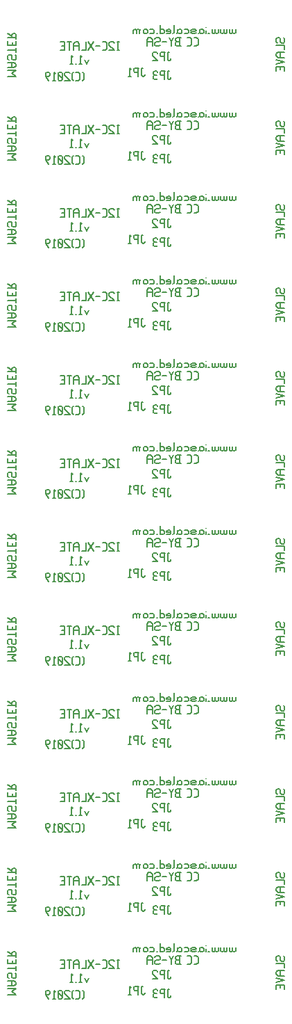
<source format=gbr>
G04 start of page 10 for group -4078 idx -4078 *
G04 Title: (unknown), bottomsilk *
G04 Creator: pcb 20140316 *
G04 CreationDate: Tue 26 Feb 2019 03:12:25 PM GMT UTC *
G04 For: railfan *
G04 Format: Gerber/RS-274X *
G04 PCB-Dimensions (mil): 1580.00 4900.00 *
G04 PCB-Coordinate-Origin: lower left *
%MOIN*%
%FSLAX25Y25*%
%LNBOTTOMSILK*%
%ADD44C,0.0080*%
G54D44*X64952Y311031D02*X65952D01*
X65452Y307031D02*Y311031D01*
X64952Y307031D02*X65952D01*
X63752Y310531D02*X63252Y311031D01*
X61752D02*X63252D01*
X61752D02*X61252Y310531D01*
Y309531D02*Y310531D01*
X63752Y307031D02*X61252Y309531D01*
Y307031D02*X63752D01*
X58052D02*X59352D01*
X60052Y307731D02*X59352Y307031D01*
X60052Y307731D02*Y310331D01*
X59352Y311031D01*
X58052D02*X59352D01*
X54852Y309031D02*X56852D01*
X53652Y307031D02*X51152Y311031D01*
X53652D02*X51152Y307031D01*
X49952D02*Y311031D01*
X47952Y307031D02*X49952D01*
X46752D02*Y310031D01*
X46052Y311031D01*
X44952D02*X46052D01*
X44952D02*X44252Y310031D01*
Y307031D02*Y310031D01*
Y309031D02*X46752D01*
X41052Y311031D02*X43052D01*
X42052Y307031D02*Y311031D01*
X38352Y309231D02*X39852D01*
X37852Y307031D02*X39852D01*
Y311031D01*
X37852D02*X39852D01*
X64952Y271031D02*X65952D01*
X65452Y267031D02*Y271031D01*
X64952Y267031D02*X65952D01*
X63752Y270531D02*X63252Y271031D01*
X61752D02*X63252D01*
X61752D02*X61252Y270531D01*
Y269531D02*Y270531D01*
X63752Y267031D02*X61252Y269531D01*
Y267031D02*X63752D01*
X58052D02*X59352D01*
X60052Y267731D02*X59352Y267031D01*
X60052Y267731D02*Y270331D01*
X59352Y271031D01*
X58052D02*X59352D01*
X54852Y269031D02*X56852D01*
X53652Y267031D02*X51152Y271031D01*
X53652D02*X51152Y267031D01*
X49952D02*Y271031D01*
X47952Y267031D02*X49952D01*
X46752D02*Y270031D01*
X46052Y271031D01*
X44952D02*X46052D01*
X44952D02*X44252Y270031D01*
Y267031D02*Y270031D01*
Y269031D02*X46752D01*
X41052Y271031D02*X43052D01*
X42052Y267031D02*Y271031D01*
X38352Y269231D02*X39852D01*
X37852Y267031D02*X39852D01*
Y271031D01*
X37852D02*X39852D01*
X51452Y302531D02*X50452Y300531D01*
X49452Y302531D02*X50452Y300531D01*
X48252Y303731D02*X47452Y304531D01*
Y300531D02*Y304531D01*
X46752Y300531D02*X48252D01*
X45052D02*X45552D01*
X43852Y303731D02*X43052Y304531D01*
Y300531D02*Y304531D01*
X42352Y300531D02*X43852D01*
X48952Y293031D02*X48452Y292531D01*
X48952Y296031D02*X48452Y296531D01*
X48952Y293031D02*Y296031D01*
X45252Y292531D02*X46552D01*
X47252Y293231D02*X46552Y292531D01*
X47252Y293231D02*Y295831D01*
X46552Y296531D01*
X45252D02*X46552D01*
X44052D02*X43552Y296031D01*
Y293031D02*Y296031D01*
X44052Y292531D02*X43552Y293031D01*
X42352Y296031D02*X41852Y296531D01*
X40352D02*X41852D01*
X40352D02*X39852Y296031D01*
Y295031D02*Y296031D01*
X42352Y292531D02*X39852Y295031D01*
Y292531D02*X42352D01*
X38652Y293031D02*X38152Y292531D01*
X38652Y293031D02*Y296031D01*
X38152Y296531D01*
X37152D02*X38152D01*
X37152D02*X36652Y296031D01*
Y293031D02*Y296031D01*
X37152Y292531D02*X36652Y293031D01*
X37152Y292531D02*X38152D01*
X38652Y293531D02*X36652Y295531D01*
X35452Y295731D02*X34652Y296531D01*
Y292531D02*Y296531D01*
X33952Y292531D02*X35452D01*
X32252D02*X30752Y294531D01*
Y296031D01*
X31252Y296531D02*X30752Y296031D01*
X31252Y296531D02*X32252D01*
X32752Y296031D02*X32252Y296531D01*
X32752Y295031D02*Y296031D01*
Y295031D02*X32252Y294531D01*
X30752D02*X32252D01*
X12500Y294500D02*X16500D01*
X14500Y296000D01*
X16500Y297500D01*
X12500D02*X16500D01*
X12500Y298700D02*X15500D01*
X16500Y299400D01*
Y300500D01*
X15500Y301200D01*
X12500D02*X15500D01*
X14500Y298700D02*Y301200D01*
X16500Y304400D02*X16000Y304900D01*
X16500Y302900D02*Y304400D01*
X16000Y302400D02*X16500Y302900D01*
X15000Y302400D02*X16000D01*
X15000D02*X14500Y302900D01*
Y304400D01*
X14000Y304900D01*
X13000D02*X14000D01*
X12500Y304400D02*X13000Y304900D01*
X12500Y302900D02*Y304400D01*
X13000Y302400D02*X12500Y302900D01*
X16500Y306100D02*Y308100D01*
X12500Y307100D02*X16500D01*
X14700Y309300D02*Y310800D01*
X12500Y309300D02*Y311300D01*
Y309300D02*X16500D01*
Y311300D01*
Y312500D02*Y314500D01*
X16000Y315000D01*
X15000D02*X16000D01*
X14500Y314500D02*X15000Y315000D01*
X14500Y313000D02*Y314500D01*
X12500Y313000D02*X16500D01*
X14500Y313800D02*X12500Y315000D01*
X51452Y262531D02*X50452Y260531D01*
X49452Y262531D02*X50452Y260531D01*
X48252Y263731D02*X47452Y264531D01*
Y260531D02*Y264531D01*
X46752Y260531D02*X48252D01*
X45052D02*X45552D01*
X43852Y263731D02*X43052Y264531D01*
Y260531D02*Y264531D01*
X42352Y260531D02*X43852D01*
X48952Y253031D02*X48452Y252531D01*
X48952Y256031D02*X48452Y256531D01*
X48952Y253031D02*Y256031D01*
X45252Y252531D02*X46552D01*
X47252Y253231D02*X46552Y252531D01*
X47252Y253231D02*Y255831D01*
X46552Y256531D01*
X45252D02*X46552D01*
X44052D02*X43552Y256031D01*
Y253031D02*Y256031D01*
X44052Y252531D02*X43552Y253031D01*
X42352Y256031D02*X41852Y256531D01*
X40352D02*X41852D01*
X40352D02*X39852Y256031D01*
Y255031D02*Y256031D01*
X42352Y252531D02*X39852Y255031D01*
Y252531D02*X42352D01*
X38652Y253031D02*X38152Y252531D01*
X38652Y253031D02*Y256031D01*
X38152Y256531D01*
X37152D02*X38152D01*
X37152D02*X36652Y256031D01*
Y253031D02*Y256031D01*
X37152Y252531D02*X36652Y253031D01*
X37152Y252531D02*X38152D01*
X38652Y253531D02*X36652Y255531D01*
X35452Y255731D02*X34652Y256531D01*
Y252531D02*Y256531D01*
X33952Y252531D02*X35452D01*
X32252D02*X30752Y254531D01*
Y256031D01*
X31252Y256531D02*X30752Y256031D01*
X31252Y256531D02*X32252D01*
X32752Y256031D02*X32252Y256531D01*
X32752Y255031D02*Y256031D01*
Y255031D02*X32252Y254531D01*
X30752D02*X32252D01*
X12500Y254500D02*X16500D01*
X14500Y256000D01*
X16500Y257500D01*
X12500D02*X16500D01*
X12500Y258700D02*X15500D01*
X16500Y259400D01*
Y260500D01*
X15500Y261200D01*
X12500D02*X15500D01*
X14500Y258700D02*Y261200D01*
X16500Y264400D02*X16000Y264900D01*
X16500Y262900D02*Y264400D01*
X16000Y262400D02*X16500Y262900D01*
X15000Y262400D02*X16000D01*
X15000D02*X14500Y262900D01*
Y264400D01*
X14000Y264900D01*
X13000D02*X14000D01*
X12500Y264400D02*X13000Y264900D01*
X12500Y262900D02*Y264400D01*
X13000Y262400D02*X12500Y262900D01*
X16500Y266100D02*Y268100D01*
X12500Y267100D02*X16500D01*
X14700Y269300D02*Y270800D01*
X12500Y269300D02*Y271300D01*
Y269300D02*X16500D01*
Y271300D01*
Y272500D02*Y274500D01*
X16000Y275000D01*
X15000D02*X16000D01*
X14500Y274500D02*X15000Y275000D01*
X14500Y273000D02*Y274500D01*
X12500Y273000D02*X16500D01*
X14500Y273800D02*X12500Y275000D01*
X64952Y231031D02*X65952D01*
X65452Y227031D02*Y231031D01*
X64952Y227031D02*X65952D01*
X63752Y230531D02*X63252Y231031D01*
X61752D02*X63252D01*
X61752D02*X61252Y230531D01*
Y229531D02*Y230531D01*
X63752Y227031D02*X61252Y229531D01*
Y227031D02*X63752D01*
X58052D02*X59352D01*
X60052Y227731D02*X59352Y227031D01*
X60052Y227731D02*Y230331D01*
X59352Y231031D01*
X58052D02*X59352D01*
X54852Y229031D02*X56852D01*
X53652Y227031D02*X51152Y231031D01*
X53652D02*X51152Y227031D01*
X49952D02*Y231031D01*
X47952Y227031D02*X49952D01*
X46752D02*Y230031D01*
X46052Y231031D01*
X44952D02*X46052D01*
X44952D02*X44252Y230031D01*
Y227031D02*Y230031D01*
Y229031D02*X46752D01*
X41052Y231031D02*X43052D01*
X42052Y227031D02*Y231031D01*
X38352Y229231D02*X39852D01*
X37852Y227031D02*X39852D01*
Y231031D01*
X37852D02*X39852D01*
X51452Y222531D02*X50452Y220531D01*
X49452Y222531D02*X50452Y220531D01*
X48252Y223731D02*X47452Y224531D01*
Y220531D02*Y224531D01*
X46752Y220531D02*X48252D01*
X45052D02*X45552D01*
X43852Y223731D02*X43052Y224531D01*
Y220531D02*Y224531D01*
X42352Y220531D02*X43852D01*
X141500Y311000D02*X142000Y310500D01*
X141500Y311000D02*Y312500D01*
X142000Y313000D02*X141500Y312500D01*
X142000Y313000D02*X143000D01*
X143500Y312500D01*
Y311000D02*Y312500D01*
Y311000D02*X144000Y310500D01*
X145000D01*
X145500Y311000D02*X145000Y310500D01*
X145500Y311000D02*Y312500D01*
X145000Y313000D02*X145500Y312500D01*
X141500Y309300D02*X145500D01*
Y307300D02*Y309300D01*
X142500Y306100D02*X145500D01*
X142500D02*X141500Y305400D01*
Y304300D02*Y305400D01*
Y304300D02*X142500Y303600D01*
X145500D01*
X143500D02*Y306100D01*
X141500Y302400D02*X145500Y301400D01*
X141500Y300400D01*
X143300Y297700D02*Y299200D01*
X145500Y297200D02*Y299200D01*
X141500D02*X145500D01*
X141500Y297200D02*Y299200D01*
Y271000D02*X142000Y270500D01*
X141500Y271000D02*Y272500D01*
X142000Y273000D02*X141500Y272500D01*
X142000Y273000D02*X143000D01*
X143500Y272500D01*
Y271000D02*Y272500D01*
Y271000D02*X144000Y270500D01*
X145000D01*
X145500Y271000D02*X145000Y270500D01*
X145500Y271000D02*Y272500D01*
X145000Y273000D02*X145500Y272500D01*
X141500Y269300D02*X145500D01*
Y267300D02*Y269300D01*
X142500Y266100D02*X145500D01*
X142500D02*X141500Y265400D01*
Y264300D02*Y265400D01*
Y264300D02*X142500Y263600D01*
X145500D01*
X143500D02*Y266100D01*
X141500Y262400D02*X145500Y261400D01*
X141500Y260400D01*
X143300Y257700D02*Y259200D01*
X145500Y257200D02*Y259200D01*
X141500D02*X145500D01*
X141500Y257200D02*Y259200D01*
Y231000D02*X142000Y230500D01*
X141500Y231000D02*Y232500D01*
X142000Y233000D02*X141500Y232500D01*
X142000Y233000D02*X143000D01*
X143500Y232500D01*
Y231000D02*Y232500D01*
Y231000D02*X144000Y230500D01*
X145000D01*
X145500Y231000D02*X145000Y230500D01*
X145500Y231000D02*Y232500D01*
X145000Y233000D02*X145500Y232500D01*
X141500Y229300D02*X145500D01*
Y227300D02*Y229300D01*
X142500Y226100D02*X145500D01*
X142500D02*X141500Y225400D01*
Y224300D02*Y225400D01*
Y224300D02*X142500Y223600D01*
X145500D01*
X143500D02*Y226100D01*
X141500Y222400D02*X145500Y221400D01*
X141500Y220400D01*
X143300Y217700D02*Y219200D01*
X145500Y217200D02*Y219200D01*
X141500D02*X145500D01*
X141500Y217200D02*Y219200D01*
Y191000D02*X142000Y190500D01*
X141500Y191000D02*Y192500D01*
X142000Y193000D02*X141500Y192500D01*
X142000Y193000D02*X143000D01*
X143500Y192500D01*
Y191000D02*Y192500D01*
Y191000D02*X144000Y190500D01*
X145000D01*
X145500Y191000D02*X145000Y190500D01*
X145500Y191000D02*Y192500D01*
X145000Y193000D02*X145500Y192500D01*
X141500Y189300D02*X145500D01*
Y187300D02*Y189300D01*
X142500Y186100D02*X145500D01*
X142500D02*X141500Y185400D01*
Y184300D02*Y185400D01*
Y184300D02*X142500Y183600D01*
X145500D01*
X143500D02*Y186100D01*
X141500Y182400D02*X145500Y181400D01*
X141500Y180400D01*
X143300Y177700D02*Y179200D01*
X145500Y177200D02*Y179200D01*
X141500D02*X145500D01*
X141500Y177200D02*Y179200D01*
X121996Y315594D02*Y317094D01*
Y315594D02*X121496Y315094D01*
X120996D02*X121496D01*
X120996D02*X120496Y315594D01*
Y317094D01*
Y315594D02*X119996Y315094D01*
X119496D02*X119996D01*
X119496D02*X118996Y315594D01*
Y317094D01*
X117796Y315594D02*Y317094D01*
Y315594D02*X117296Y315094D01*
X116796D02*X117296D01*
X116796D02*X116296Y315594D01*
Y317094D01*
Y315594D02*X115796Y315094D01*
X115296D02*X115796D01*
X115296D02*X114796Y315594D01*
Y317094D01*
X113596Y315594D02*Y317094D01*
Y315594D02*X113096Y315094D01*
X112596D02*X113096D01*
X112596D02*X112096Y315594D01*
Y317094D01*
Y315594D02*X111596Y315094D01*
X111096D02*X111596D01*
X111096D02*X110596Y315594D01*
Y317094D01*
X108896Y315094D02*X109396D01*
X107696Y317994D02*Y318094D01*
Y315094D02*Y316594D01*
X105196Y317094D02*X104696Y316594D01*
X105196Y317094D02*X106196D01*
X106696Y316594D02*X106196Y317094D01*
X106696Y315594D02*Y316594D01*
Y315594D02*X106196Y315094D01*
X104696Y315594D02*Y317094D01*
Y315594D02*X104196Y315094D01*
X105196D02*X106196D01*
X105196D02*X104696Y315594D01*
X100996Y315094D02*X102496D01*
X100996D02*X100496Y315594D01*
X100996Y316094D02*X100496Y315594D01*
X100996Y316094D02*X102496D01*
X102996Y316594D02*X102496Y316094D01*
X102996Y316594D02*X102496Y317094D01*
X100996D02*X102496D01*
X100996D02*X100496Y316594D01*
X102996Y315594D02*X102496Y315094D01*
X97296Y317094D02*X98796D01*
X99296Y316594D02*X98796Y317094D01*
X99296Y315594D02*Y316594D01*
Y315594D02*X98796Y315094D01*
X97296D02*X98796D01*
X94596Y317094D02*X94096Y316594D01*
X94596Y317094D02*X95596D01*
X96096Y316594D02*X95596Y317094D01*
X96096Y315594D02*Y316594D01*
Y315594D02*X95596Y315094D01*
X94096Y315594D02*Y317094D01*
Y315594D02*X93596Y315094D01*
X94596D02*X95596D01*
X94596D02*X94096Y315594D01*
X92396D02*Y319094D01*
Y315594D02*X91896Y315094D01*
X88896D02*X90396D01*
X90896Y315594D02*X90396Y315094D01*
X90896Y315594D02*Y316594D01*
X90396Y317094D01*
X89396D02*X90396D01*
X89396D02*X88896Y316594D01*
Y316094D02*X90896D01*
X88896D02*Y316594D01*
X85696Y315094D02*Y319094D01*
X86196Y315094D02*X85696Y315594D01*
X86196Y315094D02*X87196D01*
X87696Y315594D02*X87196Y315094D01*
X87696Y315594D02*Y316594D01*
X87196Y317094D01*
X86196D02*X87196D01*
X86196D02*X85696Y316594D01*
X83996Y315094D02*X84496D01*
X80796Y317094D02*X82296D01*
X82796Y316594D02*X82296Y317094D01*
X82796Y315594D02*Y316594D01*
Y315594D02*X82296Y315094D01*
X80796D02*X82296D01*
X79596Y315594D02*Y316594D01*
X79096Y317094D01*
X78096D02*X79096D01*
X78096D02*X77596Y316594D01*
Y315594D02*Y316594D01*
X78096Y315094D02*X77596Y315594D01*
X78096Y315094D02*X79096D01*
X79596Y315594D02*X79096Y315094D01*
X75896D02*Y316594D01*
X75396Y317094D01*
X74896D02*X75396D01*
X74896D02*X74396Y316594D01*
Y315094D02*Y316594D01*
X73896Y317094D01*
X73396D02*X73896D01*
X73396D02*X72896Y316594D01*
Y315094D02*Y316594D01*
X76396Y317094D02*X75896Y316594D01*
X101952Y309031D02*X103252D01*
X103952Y309731D02*X103252Y309031D01*
X103952Y309731D02*Y312331D01*
X103252Y313031D01*
X101952D02*X103252D01*
X98752Y309031D02*X100052D01*
X100752Y309731D02*X100052Y309031D01*
X100752Y309731D02*Y312331D01*
X100052Y313031D01*
X98752D02*X100052D01*
X93752Y309031D02*X95752D01*
X93752D02*X93252Y309531D01*
Y310731D01*
X93752Y311231D02*X93252Y310731D01*
X93752Y311231D02*X95252D01*
Y309031D02*Y313031D01*
X93752D02*X95752D01*
X93752D02*X93252Y312531D01*
Y311731D02*Y312531D01*
X93752Y311231D02*X93252Y311731D01*
X92052Y313031D02*X91052Y311031D01*
X90052Y313031D01*
X91052Y309031D02*Y311031D01*
X86852D02*X88852D01*
X83652Y313031D02*X83152Y312531D01*
X83652Y313031D02*X85152D01*
X85652Y312531D02*X85152Y313031D01*
X85652Y311531D02*Y312531D01*
Y311531D02*X85152Y311031D01*
X83652D02*X85152D01*
X83652D02*X83152Y310531D01*
Y309531D02*Y310531D01*
X83652Y309031D02*X83152Y309531D01*
X83652Y309031D02*X85152D01*
X85652Y309531D02*X85152Y309031D01*
X81952D02*Y312031D01*
X81252Y313031D01*
X80152D02*X81252D01*
X80152D02*X79452Y312031D01*
Y309031D02*Y312031D01*
Y311031D02*X81952D01*
X121996Y275594D02*Y277094D01*
Y275594D02*X121496Y275094D01*
X120996D02*X121496D01*
X120996D02*X120496Y275594D01*
Y277094D01*
Y275594D02*X119996Y275094D01*
X119496D02*X119996D01*
X119496D02*X118996Y275594D01*
Y277094D01*
X117796Y275594D02*Y277094D01*
Y275594D02*X117296Y275094D01*
X116796D02*X117296D01*
X116796D02*X116296Y275594D01*
Y277094D01*
Y275594D02*X115796Y275094D01*
X115296D02*X115796D01*
X115296D02*X114796Y275594D01*
Y277094D01*
X113596Y275594D02*Y277094D01*
Y275594D02*X113096Y275094D01*
X112596D02*X113096D01*
X112596D02*X112096Y275594D01*
Y277094D01*
Y275594D02*X111596Y275094D01*
X111096D02*X111596D01*
X111096D02*X110596Y275594D01*
Y277094D01*
X108896Y275094D02*X109396D01*
X107696Y277994D02*Y278094D01*
Y275094D02*Y276594D01*
X105196Y277094D02*X104696Y276594D01*
X105196Y277094D02*X106196D01*
X106696Y276594D02*X106196Y277094D01*
X106696Y275594D02*Y276594D01*
Y275594D02*X106196Y275094D01*
X104696Y275594D02*Y277094D01*
Y275594D02*X104196Y275094D01*
X105196D02*X106196D01*
X105196D02*X104696Y275594D01*
X100996Y275094D02*X102496D01*
X100996D02*X100496Y275594D01*
X100996Y276094D02*X100496Y275594D01*
X100996Y276094D02*X102496D01*
X102996Y276594D02*X102496Y276094D01*
X102996Y276594D02*X102496Y277094D01*
X100996D02*X102496D01*
X100996D02*X100496Y276594D01*
X102996Y275594D02*X102496Y275094D01*
X97296Y277094D02*X98796D01*
X99296Y276594D02*X98796Y277094D01*
X99296Y275594D02*Y276594D01*
Y275594D02*X98796Y275094D01*
X97296D02*X98796D01*
X94596Y277094D02*X94096Y276594D01*
X94596Y277094D02*X95596D01*
X96096Y276594D02*X95596Y277094D01*
X96096Y275594D02*Y276594D01*
Y275594D02*X95596Y275094D01*
X94096Y275594D02*Y277094D01*
Y275594D02*X93596Y275094D01*
X94596D02*X95596D01*
X94596D02*X94096Y275594D01*
X92396D02*Y279094D01*
Y275594D02*X91896Y275094D01*
X88896D02*X90396D01*
X90896Y275594D02*X90396Y275094D01*
X90896Y275594D02*Y276594D01*
X90396Y277094D01*
X89396D02*X90396D01*
X89396D02*X88896Y276594D01*
Y276094D02*X90896D01*
X88896D02*Y276594D01*
X85696Y275094D02*Y279094D01*
X86196Y275094D02*X85696Y275594D01*
X86196Y275094D02*X87196D01*
X87696Y275594D02*X87196Y275094D01*
X87696Y275594D02*Y276594D01*
X87196Y277094D01*
X86196D02*X87196D01*
X86196D02*X85696Y276594D01*
X83996Y275094D02*X84496D01*
X80796Y277094D02*X82296D01*
X82796Y276594D02*X82296Y277094D01*
X82796Y275594D02*Y276594D01*
Y275594D02*X82296Y275094D01*
X80796D02*X82296D01*
X79596Y275594D02*Y276594D01*
X79096Y277094D01*
X78096D02*X79096D01*
X78096D02*X77596Y276594D01*
Y275594D02*Y276594D01*
X78096Y275094D02*X77596Y275594D01*
X78096Y275094D02*X79096D01*
X79596Y275594D02*X79096Y275094D01*
X75896D02*Y276594D01*
X75396Y277094D01*
X74896D02*X75396D01*
X74896D02*X74396Y276594D01*
Y275094D02*Y276594D01*
X73896Y277094D01*
X73396D02*X73896D01*
X73396D02*X72896Y276594D01*
Y275094D02*Y276594D01*
X76396Y277094D02*X75896Y276594D01*
X101952Y269031D02*X103252D01*
X103952Y269731D02*X103252Y269031D01*
X103952Y269731D02*Y272331D01*
X103252Y273031D01*
X101952D02*X103252D01*
X98752Y269031D02*X100052D01*
X100752Y269731D02*X100052Y269031D01*
X100752Y269731D02*Y272331D01*
X100052Y273031D01*
X98752D02*X100052D01*
X93752Y269031D02*X95752D01*
X93752D02*X93252Y269531D01*
Y270731D01*
X93752Y271231D02*X93252Y270731D01*
X93752Y271231D02*X95252D01*
Y269031D02*Y273031D01*
X93752D02*X95752D01*
X93752D02*X93252Y272531D01*
Y271731D02*Y272531D01*
X93752Y271231D02*X93252Y271731D01*
X92052Y273031D02*X91052Y271031D01*
X90052Y273031D01*
X91052Y269031D02*Y271031D01*
X86852D02*X88852D01*
X83652Y273031D02*X83152Y272531D01*
X83652Y273031D02*X85152D01*
X85652Y272531D02*X85152Y273031D01*
X85652Y271531D02*Y272531D01*
Y271531D02*X85152Y271031D01*
X83652D02*X85152D01*
X83652D02*X83152Y270531D01*
Y269531D02*Y270531D01*
X83652Y269031D02*X83152Y269531D01*
X83652Y269031D02*X85152D01*
X85652Y269531D02*X85152Y269031D01*
X81952D02*Y272031D01*
X81252Y273031D01*
X80152D02*X81252D01*
X80152D02*X79452Y272031D01*
Y269031D02*Y272031D01*
Y271031D02*X81952D01*
X121996Y235594D02*Y237094D01*
Y235594D02*X121496Y235094D01*
X120996D02*X121496D01*
X120996D02*X120496Y235594D01*
Y237094D01*
Y235594D02*X119996Y235094D01*
X119496D02*X119996D01*
X119496D02*X118996Y235594D01*
Y237094D01*
X117796Y235594D02*Y237094D01*
Y235594D02*X117296Y235094D01*
X116796D02*X117296D01*
X116796D02*X116296Y235594D01*
Y237094D01*
Y235594D02*X115796Y235094D01*
X115296D02*X115796D01*
X115296D02*X114796Y235594D01*
Y237094D01*
X113596Y235594D02*Y237094D01*
Y235594D02*X113096Y235094D01*
X112596D02*X113096D01*
X112596D02*X112096Y235594D01*
Y237094D01*
Y235594D02*X111596Y235094D01*
X111096D02*X111596D01*
X111096D02*X110596Y235594D01*
Y237094D01*
X108896Y235094D02*X109396D01*
X107696Y237994D02*Y238094D01*
Y235094D02*Y236594D01*
X105196Y237094D02*X104696Y236594D01*
X105196Y237094D02*X106196D01*
X106696Y236594D02*X106196Y237094D01*
X106696Y235594D02*Y236594D01*
Y235594D02*X106196Y235094D01*
X104696Y235594D02*Y237094D01*
Y235594D02*X104196Y235094D01*
X105196D02*X106196D01*
X105196D02*X104696Y235594D01*
X100996Y235094D02*X102496D01*
X100996D02*X100496Y235594D01*
X100996Y236094D02*X100496Y235594D01*
X100996Y236094D02*X102496D01*
X102996Y236594D02*X102496Y236094D01*
X102996Y236594D02*X102496Y237094D01*
X100996D02*X102496D01*
X100996D02*X100496Y236594D01*
X102996Y235594D02*X102496Y235094D01*
X97296Y237094D02*X98796D01*
X99296Y236594D02*X98796Y237094D01*
X99296Y235594D02*Y236594D01*
Y235594D02*X98796Y235094D01*
X97296D02*X98796D01*
X94596Y237094D02*X94096Y236594D01*
X94596Y237094D02*X95596D01*
X96096Y236594D02*X95596Y237094D01*
X96096Y235594D02*Y236594D01*
Y235594D02*X95596Y235094D01*
X94096Y235594D02*Y237094D01*
Y235594D02*X93596Y235094D01*
X94596D02*X95596D01*
X94596D02*X94096Y235594D01*
X92396D02*Y239094D01*
Y235594D02*X91896Y235094D01*
X88896D02*X90396D01*
X90896Y235594D02*X90396Y235094D01*
X90896Y235594D02*Y236594D01*
X90396Y237094D01*
X89396D02*X90396D01*
X89396D02*X88896Y236594D01*
Y236094D02*X90896D01*
X88896D02*Y236594D01*
X85696Y235094D02*Y239094D01*
X86196Y235094D02*X85696Y235594D01*
X86196Y235094D02*X87196D01*
X87696Y235594D02*X87196Y235094D01*
X87696Y235594D02*Y236594D01*
X87196Y237094D01*
X86196D02*X87196D01*
X86196D02*X85696Y236594D01*
X83996Y235094D02*X84496D01*
X80796Y237094D02*X82296D01*
X82796Y236594D02*X82296Y237094D01*
X82796Y235594D02*Y236594D01*
Y235594D02*X82296Y235094D01*
X80796D02*X82296D01*
X79596Y235594D02*Y236594D01*
X79096Y237094D01*
X78096D02*X79096D01*
X78096D02*X77596Y236594D01*
Y235594D02*Y236594D01*
X78096Y235094D02*X77596Y235594D01*
X78096Y235094D02*X79096D01*
X79596Y235594D02*X79096Y235094D01*
X75896D02*Y236594D01*
X75396Y237094D01*
X74896D02*X75396D01*
X74896D02*X74396Y236594D01*
Y235094D02*Y236594D01*
X73896Y237094D01*
X73396D02*X73896D01*
X73396D02*X72896Y236594D01*
Y235094D02*Y236594D01*
X76396Y237094D02*X75896Y236594D01*
X101952Y229031D02*X103252D01*
X103952Y229731D02*X103252Y229031D01*
X103952Y229731D02*Y232331D01*
X103252Y233031D01*
X101952D02*X103252D01*
X98752Y229031D02*X100052D01*
X100752Y229731D02*X100052Y229031D01*
X100752Y229731D02*Y232331D01*
X100052Y233031D01*
X98752D02*X100052D01*
X93752Y229031D02*X95752D01*
X93752D02*X93252Y229531D01*
Y230731D01*
X93752Y231231D02*X93252Y230731D01*
X93752Y231231D02*X95252D01*
Y229031D02*Y233031D01*
X93752D02*X95752D01*
X93752D02*X93252Y232531D01*
Y231731D02*Y232531D01*
X93752Y231231D02*X93252Y231731D01*
X92052Y233031D02*X91052Y231031D01*
X90052Y233031D01*
X91052Y229031D02*Y231031D01*
X86852D02*X88852D01*
X83652Y233031D02*X83152Y232531D01*
X83652Y233031D02*X85152D01*
X85652Y232531D02*X85152Y233031D01*
X85652Y231531D02*Y232531D01*
Y231531D02*X85152Y231031D01*
X83652D02*X85152D01*
X83652D02*X83152Y230531D01*
Y229531D02*Y230531D01*
X83652Y229031D02*X83152Y229531D01*
X83652Y229031D02*X85152D01*
X85652Y229531D02*X85152Y229031D01*
X81952D02*Y232031D01*
X81252Y233031D01*
X80152D02*X81252D01*
X80152D02*X79452Y232031D01*
Y229031D02*Y232031D01*
Y231031D02*X81952D01*
X121996Y195594D02*Y197094D01*
Y195594D02*X121496Y195094D01*
X120996D02*X121496D01*
X120996D02*X120496Y195594D01*
Y197094D01*
Y195594D02*X119996Y195094D01*
X119496D02*X119996D01*
X119496D02*X118996Y195594D01*
Y197094D01*
X117796Y195594D02*Y197094D01*
Y195594D02*X117296Y195094D01*
X116796D02*X117296D01*
X116796D02*X116296Y195594D01*
Y197094D01*
Y195594D02*X115796Y195094D01*
X115296D02*X115796D01*
X115296D02*X114796Y195594D01*
Y197094D01*
X113596Y195594D02*Y197094D01*
Y195594D02*X113096Y195094D01*
X112596D02*X113096D01*
X112596D02*X112096Y195594D01*
Y197094D01*
Y195594D02*X111596Y195094D01*
X111096D02*X111596D01*
X111096D02*X110596Y195594D01*
Y197094D01*
X108896Y195094D02*X109396D01*
X107696Y197994D02*Y198094D01*
Y195094D02*Y196594D01*
X105196Y197094D02*X104696Y196594D01*
X105196Y197094D02*X106196D01*
X106696Y196594D02*X106196Y197094D01*
X106696Y195594D02*Y196594D01*
Y195594D02*X106196Y195094D01*
X104696Y195594D02*Y197094D01*
Y195594D02*X104196Y195094D01*
X105196D02*X106196D01*
X105196D02*X104696Y195594D01*
X100996Y195094D02*X102496D01*
X100996D02*X100496Y195594D01*
X100996Y196094D02*X100496Y195594D01*
X100996Y196094D02*X102496D01*
X102996Y196594D02*X102496Y196094D01*
X102996Y196594D02*X102496Y197094D01*
X100996D02*X102496D01*
X100996D02*X100496Y196594D01*
X102996Y195594D02*X102496Y195094D01*
X97296Y197094D02*X98796D01*
X99296Y196594D02*X98796Y197094D01*
X99296Y195594D02*Y196594D01*
Y195594D02*X98796Y195094D01*
X97296D02*X98796D01*
X94596Y197094D02*X94096Y196594D01*
X94596Y197094D02*X95596D01*
X96096Y196594D02*X95596Y197094D01*
X96096Y195594D02*Y196594D01*
Y195594D02*X95596Y195094D01*
X94096Y195594D02*Y197094D01*
Y195594D02*X93596Y195094D01*
X94596D02*X95596D01*
X94596D02*X94096Y195594D01*
X92396D02*Y199094D01*
Y195594D02*X91896Y195094D01*
X88896D02*X90396D01*
X90896Y195594D02*X90396Y195094D01*
X90896Y195594D02*Y196594D01*
X90396Y197094D01*
X89396D02*X90396D01*
X89396D02*X88896Y196594D01*
Y196094D02*X90896D01*
X88896D02*Y196594D01*
X85696Y195094D02*Y199094D01*
X86196Y195094D02*X85696Y195594D01*
X86196Y195094D02*X87196D01*
X87696Y195594D02*X87196Y195094D01*
X87696Y195594D02*Y196594D01*
X87196Y197094D01*
X86196D02*X87196D01*
X86196D02*X85696Y196594D01*
X83996Y195094D02*X84496D01*
X80796Y197094D02*X82296D01*
X82796Y196594D02*X82296Y197094D01*
X82796Y195594D02*Y196594D01*
Y195594D02*X82296Y195094D01*
X80796D02*X82296D01*
X79596Y195594D02*Y196594D01*
X79096Y197094D01*
X78096D02*X79096D01*
X78096D02*X77596Y196594D01*
Y195594D02*Y196594D01*
X78096Y195094D02*X77596Y195594D01*
X78096Y195094D02*X79096D01*
X79596Y195594D02*X79096Y195094D01*
X75896D02*Y196594D01*
X75396Y197094D01*
X74896D02*X75396D01*
X74896D02*X74396Y196594D01*
Y195094D02*Y196594D01*
X73896Y197094D01*
X73396D02*X73896D01*
X73396D02*X72896Y196594D01*
Y195094D02*Y196594D01*
X76396Y197094D02*X75896Y196594D01*
X101952Y189031D02*X103252D01*
X103952Y189731D02*X103252Y189031D01*
X103952Y189731D02*Y192331D01*
X103252Y193031D01*
X101952D02*X103252D01*
X98752Y189031D02*X100052D01*
X100752Y189731D02*X100052Y189031D01*
X100752Y189731D02*Y192331D01*
X100052Y193031D01*
X98752D02*X100052D01*
X93752Y189031D02*X95752D01*
X93752D02*X93252Y189531D01*
Y190731D01*
X93752Y191231D02*X93252Y190731D01*
X93752Y191231D02*X95252D01*
Y189031D02*Y193031D01*
X93752D02*X95752D01*
X93752D02*X93252Y192531D01*
Y191731D02*Y192531D01*
X93752Y191231D02*X93252Y191731D01*
X92052Y193031D02*X91052Y191031D01*
X90052Y193031D01*
X91052Y189031D02*Y191031D01*
X86852D02*X88852D01*
X83652Y193031D02*X83152Y192531D01*
X83652Y193031D02*X85152D01*
X85652Y192531D02*X85152Y193031D01*
X85652Y191531D02*Y192531D01*
Y191531D02*X85152Y191031D01*
X83652D02*X85152D01*
X83652D02*X83152Y190531D01*
Y189531D02*Y190531D01*
X83652Y189031D02*X83152Y189531D01*
X83652Y189031D02*X85152D01*
X85652Y189531D02*X85152Y189031D01*
X81952D02*Y192031D01*
X81252Y193031D01*
X80152D02*X81252D01*
X80152D02*X79452Y192031D01*
Y189031D02*Y192031D01*
Y191031D02*X81952D01*
X48952Y213031D02*X48452Y212531D01*
X48952Y216031D02*X48452Y216531D01*
X48952Y213031D02*Y216031D01*
X45252Y212531D02*X46552D01*
X47252Y213231D02*X46552Y212531D01*
X47252Y213231D02*Y215831D01*
X46552Y216531D01*
X45252D02*X46552D01*
X44052D02*X43552Y216031D01*
Y213031D02*Y216031D01*
X44052Y212531D02*X43552Y213031D01*
X42352Y216031D02*X41852Y216531D01*
X40352D02*X41852D01*
X40352D02*X39852Y216031D01*
Y215031D02*Y216031D01*
X42352Y212531D02*X39852Y215031D01*
Y212531D02*X42352D01*
X38652Y213031D02*X38152Y212531D01*
X38652Y213031D02*Y216031D01*
X38152Y216531D01*
X37152D02*X38152D01*
X37152D02*X36652Y216031D01*
Y213031D02*Y216031D01*
X37152Y212531D02*X36652Y213031D01*
X37152Y212531D02*X38152D01*
X38652Y213531D02*X36652Y215531D01*
X35452Y215731D02*X34652Y216531D01*
Y212531D02*Y216531D01*
X33952Y212531D02*X35452D01*
X32252D02*X30752Y214531D01*
Y216031D01*
X31252Y216531D02*X30752Y216031D01*
X31252Y216531D02*X32252D01*
X32752Y216031D02*X32252Y216531D01*
X32752Y215031D02*Y216031D01*
Y215031D02*X32252Y214531D01*
X30752D02*X32252D01*
X12500Y214500D02*X16500D01*
X14500Y216000D01*
X16500Y217500D01*
X12500D02*X16500D01*
X12500Y218700D02*X15500D01*
X16500Y219400D01*
Y220500D01*
X15500Y221200D01*
X12500D02*X15500D01*
X14500Y218700D02*Y221200D01*
X16500Y224400D02*X16000Y224900D01*
X16500Y222900D02*Y224400D01*
X16000Y222400D02*X16500Y222900D01*
X15000Y222400D02*X16000D01*
X15000D02*X14500Y222900D01*
Y224400D01*
X14000Y224900D01*
X13000D02*X14000D01*
X12500Y224400D02*X13000Y224900D01*
X12500Y222900D02*Y224400D01*
X13000Y222400D02*X12500Y222900D01*
X16500Y226100D02*Y228100D01*
X12500Y227100D02*X16500D01*
X14700Y229300D02*Y230800D01*
X12500Y229300D02*Y231300D01*
Y229300D02*X16500D01*
Y231300D01*
Y232500D02*Y234500D01*
X16000Y235000D01*
X15000D02*X16000D01*
X14500Y234500D02*X15000Y235000D01*
X14500Y233000D02*Y234500D01*
X12500Y233000D02*X16500D01*
X14500Y233800D02*X12500Y235000D01*
Y174500D02*X16500D01*
X14500Y176000D01*
X16500Y177500D01*
X12500D02*X16500D01*
X12500Y178700D02*X15500D01*
X16500Y179400D01*
Y180500D01*
X15500Y181200D01*
X12500D02*X15500D01*
X14500Y178700D02*Y181200D01*
X16500Y184400D02*X16000Y184900D01*
X16500Y182900D02*Y184400D01*
X16000Y182400D02*X16500Y182900D01*
X15000Y182400D02*X16000D01*
X15000D02*X14500Y182900D01*
Y184400D01*
X14000Y184900D01*
X13000D02*X14000D01*
X12500Y184400D02*X13000Y184900D01*
X12500Y182900D02*Y184400D01*
X13000Y182400D02*X12500Y182900D01*
X16500Y186100D02*Y188100D01*
X12500Y187100D02*X16500D01*
X14700Y189300D02*Y190800D01*
X12500Y189300D02*Y191300D01*
Y189300D02*X16500D01*
Y191300D01*
Y192500D02*Y194500D01*
X16000Y195000D01*
X15000D02*X16000D01*
X14500Y194500D02*X15000Y195000D01*
X14500Y193000D02*Y194500D01*
X12500Y193000D02*X16500D01*
X14500Y193800D02*X12500Y195000D01*
Y134500D02*X16500D01*
X14500Y136000D01*
X16500Y137500D01*
X12500D02*X16500D01*
X12500Y138700D02*X15500D01*
X16500Y139400D01*
Y140500D01*
X15500Y141200D01*
X12500D02*X15500D01*
X14500Y138700D02*Y141200D01*
X16500Y144400D02*X16000Y144900D01*
X16500Y142900D02*Y144400D01*
X16000Y142400D02*X16500Y142900D01*
X15000Y142400D02*X16000D01*
X15000D02*X14500Y142900D01*
Y144400D01*
X14000Y144900D01*
X13000D02*X14000D01*
X12500Y144400D02*X13000Y144900D01*
X12500Y142900D02*Y144400D01*
X13000Y142400D02*X12500Y142900D01*
X16500Y146100D02*Y148100D01*
X12500Y147100D02*X16500D01*
X14700Y149300D02*Y150800D01*
X12500Y149300D02*Y151300D01*
Y149300D02*X16500D01*
Y151300D01*
Y152500D02*Y154500D01*
X16000Y155000D01*
X15000D02*X16000D01*
X14500Y154500D02*X15000Y155000D01*
X14500Y153000D02*Y154500D01*
X12500Y153000D02*X16500D01*
X14500Y153800D02*X12500Y155000D01*
Y94500D02*X16500D01*
X14500Y96000D01*
X16500Y97500D01*
X12500D02*X16500D01*
X12500Y98700D02*X15500D01*
X16500Y99400D01*
Y100500D01*
X15500Y101200D01*
X12500D02*X15500D01*
X14500Y98700D02*Y101200D01*
X16500Y104400D02*X16000Y104900D01*
X16500Y102900D02*Y104400D01*
X16000Y102400D02*X16500Y102900D01*
X15000Y102400D02*X16000D01*
X15000D02*X14500Y102900D01*
Y104400D01*
X14000Y104900D01*
X13000D02*X14000D01*
X12500Y104400D02*X13000Y104900D01*
X12500Y102900D02*Y104400D01*
X13000Y102400D02*X12500Y102900D01*
X16500Y106100D02*Y108100D01*
X12500Y107100D02*X16500D01*
X14700Y109300D02*Y110800D01*
X12500Y109300D02*Y111300D01*
Y109300D02*X16500D01*
Y111300D01*
Y112500D02*Y114500D01*
X16000Y115000D01*
X15000D02*X16000D01*
X14500Y114500D02*X15000Y115000D01*
X14500Y113000D02*Y114500D01*
X12500Y113000D02*X16500D01*
X14500Y113800D02*X12500Y115000D01*
Y54500D02*X16500D01*
X14500Y56000D01*
X16500Y57500D01*
X12500D02*X16500D01*
X12500Y58700D02*X15500D01*
X16500Y59400D01*
Y60500D01*
X15500Y61200D01*
X12500D02*X15500D01*
X14500Y58700D02*Y61200D01*
X16500Y64400D02*X16000Y64900D01*
X16500Y62900D02*Y64400D01*
X16000Y62400D02*X16500Y62900D01*
X15000Y62400D02*X16000D01*
X15000D02*X14500Y62900D01*
Y64400D01*
X14000Y64900D01*
X13000D02*X14000D01*
X12500Y64400D02*X13000Y64900D01*
X12500Y62900D02*Y64400D01*
X13000Y62400D02*X12500Y62900D01*
X16500Y66100D02*Y68100D01*
X12500Y67100D02*X16500D01*
X14700Y69300D02*Y70800D01*
X12500Y69300D02*Y71300D01*
Y69300D02*X16500D01*
Y71300D01*
Y72500D02*Y74500D01*
X16000Y75000D01*
X15000D02*X16000D01*
X14500Y74500D02*X15000Y75000D01*
X14500Y73000D02*Y74500D01*
X12500Y73000D02*X16500D01*
X14500Y73800D02*X12500Y75000D01*
X64952Y191031D02*X65952D01*
X65452Y187031D02*Y191031D01*
X64952Y187031D02*X65952D01*
X63752Y190531D02*X63252Y191031D01*
X61752D02*X63252D01*
X61752D02*X61252Y190531D01*
Y189531D02*Y190531D01*
X63752Y187031D02*X61252Y189531D01*
Y187031D02*X63752D01*
X58052D02*X59352D01*
X60052Y187731D02*X59352Y187031D01*
X60052Y187731D02*Y190331D01*
X59352Y191031D01*
X58052D02*X59352D01*
X54852Y189031D02*X56852D01*
X53652Y187031D02*X51152Y191031D01*
X53652D02*X51152Y187031D01*
X49952D02*Y191031D01*
X47952Y187031D02*X49952D01*
X46752D02*Y190031D01*
X46052Y191031D01*
X44952D02*X46052D01*
X44952D02*X44252Y190031D01*
Y187031D02*Y190031D01*
Y189031D02*X46752D01*
X41052Y191031D02*X43052D01*
X42052Y187031D02*Y191031D01*
X38352Y189231D02*X39852D01*
X37852Y187031D02*X39852D01*
Y191031D01*
X37852D02*X39852D01*
X51452Y182531D02*X50452Y180531D01*
X49452Y182531D02*X50452Y180531D01*
X48252Y183731D02*X47452Y184531D01*
Y180531D02*Y184531D01*
X46752Y180531D02*X48252D01*
X45052D02*X45552D01*
X43852Y183731D02*X43052Y184531D01*
Y180531D02*Y184531D01*
X42352Y180531D02*X43852D01*
X48952Y173031D02*X48452Y172531D01*
X48952Y176031D02*X48452Y176531D01*
X48952Y173031D02*Y176031D01*
X45252Y172531D02*X46552D01*
X47252Y173231D02*X46552Y172531D01*
X47252Y173231D02*Y175831D01*
X46552Y176531D01*
X45252D02*X46552D01*
X44052D02*X43552Y176031D01*
Y173031D02*Y176031D01*
X44052Y172531D02*X43552Y173031D01*
X42352Y176031D02*X41852Y176531D01*
X40352D02*X41852D01*
X40352D02*X39852Y176031D01*
Y175031D02*Y176031D01*
X42352Y172531D02*X39852Y175031D01*
Y172531D02*X42352D01*
X38652Y173031D02*X38152Y172531D01*
X38652Y173031D02*Y176031D01*
X38152Y176531D01*
X37152D02*X38152D01*
X37152D02*X36652Y176031D01*
Y173031D02*Y176031D01*
X37152Y172531D02*X36652Y173031D01*
X37152Y172531D02*X38152D01*
X38652Y173531D02*X36652Y175531D01*
X35452Y175731D02*X34652Y176531D01*
Y172531D02*Y176531D01*
X33952Y172531D02*X35452D01*
X32252D02*X30752Y174531D01*
Y176031D01*
X31252Y176531D02*X30752Y176031D01*
X31252Y176531D02*X32252D01*
X32752Y176031D02*X32252Y176531D01*
X32752Y175031D02*Y176031D01*
Y175031D02*X32252Y174531D01*
X30752D02*X32252D01*
X12500Y14500D02*X16500D01*
X14500Y16000D01*
X16500Y17500D01*
X12500D02*X16500D01*
X12500Y18700D02*X15500D01*
X16500Y19400D01*
Y20500D01*
X15500Y21200D01*
X12500D02*X15500D01*
X14500Y18700D02*Y21200D01*
X16500Y24400D02*X16000Y24900D01*
X16500Y22900D02*Y24400D01*
X16000Y22400D02*X16500Y22900D01*
X15000Y22400D02*X16000D01*
X15000D02*X14500Y22900D01*
Y24400D01*
X14000Y24900D01*
X13000D02*X14000D01*
X12500Y24400D02*X13000Y24900D01*
X12500Y22900D02*Y24400D01*
X13000Y22400D02*X12500Y22900D01*
X16500Y26100D02*Y28100D01*
X12500Y27100D02*X16500D01*
X14700Y29300D02*Y30800D01*
X12500Y29300D02*Y31300D01*
Y29300D02*X16500D01*
Y31300D01*
Y32500D02*Y34500D01*
X16000Y35000D01*
X15000D02*X16000D01*
X14500Y34500D02*X15000Y35000D01*
X14500Y33000D02*Y34500D01*
X12500Y33000D02*X16500D01*
X14500Y33800D02*X12500Y35000D01*
X141500Y151000D02*X142000Y150500D01*
X141500Y151000D02*Y152500D01*
X142000Y153000D02*X141500Y152500D01*
X142000Y153000D02*X143000D01*
X143500Y152500D01*
Y151000D02*Y152500D01*
Y151000D02*X144000Y150500D01*
X145000D01*
X145500Y151000D02*X145000Y150500D01*
X145500Y151000D02*Y152500D01*
X145000Y153000D02*X145500Y152500D01*
X141500Y149300D02*X145500D01*
Y147300D02*Y149300D01*
X142500Y146100D02*X145500D01*
X142500D02*X141500Y145400D01*
Y144300D02*Y145400D01*
Y144300D02*X142500Y143600D01*
X145500D01*
X143500D02*Y146100D01*
X141500Y142400D02*X145500Y141400D01*
X141500Y140400D01*
X143300Y137700D02*Y139200D01*
X145500Y137200D02*Y139200D01*
X141500D02*X145500D01*
X141500Y137200D02*Y139200D01*
Y111000D02*X142000Y110500D01*
X141500Y111000D02*Y112500D01*
X142000Y113000D02*X141500Y112500D01*
X142000Y113000D02*X143000D01*
X143500Y112500D01*
Y111000D02*Y112500D01*
Y111000D02*X144000Y110500D01*
X145000D01*
X145500Y111000D02*X145000Y110500D01*
X145500Y111000D02*Y112500D01*
X145000Y113000D02*X145500Y112500D01*
X141500Y109300D02*X145500D01*
Y107300D02*Y109300D01*
X142500Y106100D02*X145500D01*
X142500D02*X141500Y105400D01*
Y104300D02*Y105400D01*
Y104300D02*X142500Y103600D01*
X145500D01*
X143500D02*Y106100D01*
X141500Y102400D02*X145500Y101400D01*
X141500Y100400D01*
X143300Y97700D02*Y99200D01*
X145500Y97200D02*Y99200D01*
X141500D02*X145500D01*
X141500Y97200D02*Y99200D01*
Y71000D02*X142000Y70500D01*
X141500Y71000D02*Y72500D01*
X142000Y73000D02*X141500Y72500D01*
X142000Y73000D02*X143000D01*
X143500Y72500D01*
Y71000D02*Y72500D01*
Y71000D02*X144000Y70500D01*
X145000D01*
X145500Y71000D02*X145000Y70500D01*
X145500Y71000D02*Y72500D01*
X145000Y73000D02*X145500Y72500D01*
X141500Y69300D02*X145500D01*
Y67300D02*Y69300D01*
X142500Y66100D02*X145500D01*
X142500D02*X141500Y65400D01*
Y64300D02*Y65400D01*
Y64300D02*X142500Y63600D01*
X145500D01*
X143500D02*Y66100D01*
X141500Y62400D02*X145500Y61400D01*
X141500Y60400D01*
X143300Y57700D02*Y59200D01*
X145500Y57200D02*Y59200D01*
X141500D02*X145500D01*
X141500Y57200D02*Y59200D01*
Y31000D02*X142000Y30500D01*
X141500Y31000D02*Y32500D01*
X142000Y33000D02*X141500Y32500D01*
X142000Y33000D02*X143000D01*
X143500Y32500D01*
Y31000D02*Y32500D01*
Y31000D02*X144000Y30500D01*
X145000D01*
X145500Y31000D02*X145000Y30500D01*
X145500Y31000D02*Y32500D01*
X145000Y33000D02*X145500Y32500D01*
X141500Y29300D02*X145500D01*
Y27300D02*Y29300D01*
X142500Y26100D02*X145500D01*
X142500D02*X141500Y25400D01*
Y24300D02*Y25400D01*
Y24300D02*X142500Y23600D01*
X145500D01*
X143500D02*Y26100D01*
X141500Y22400D02*X145500Y21400D01*
X141500Y20400D01*
X143300Y17700D02*Y19200D01*
X145500Y17200D02*Y19200D01*
X141500D02*X145500D01*
X141500Y17200D02*Y19200D01*
X121996Y155594D02*Y157094D01*
Y155594D02*X121496Y155094D01*
X120996D02*X121496D01*
X120996D02*X120496Y155594D01*
Y157094D01*
Y155594D02*X119996Y155094D01*
X119496D02*X119996D01*
X119496D02*X118996Y155594D01*
Y157094D01*
X117796Y155594D02*Y157094D01*
Y155594D02*X117296Y155094D01*
X116796D02*X117296D01*
X116796D02*X116296Y155594D01*
Y157094D01*
Y155594D02*X115796Y155094D01*
X115296D02*X115796D01*
X115296D02*X114796Y155594D01*
Y157094D01*
X113596Y155594D02*Y157094D01*
Y155594D02*X113096Y155094D01*
X112596D02*X113096D01*
X112596D02*X112096Y155594D01*
Y157094D01*
Y155594D02*X111596Y155094D01*
X111096D02*X111596D01*
X111096D02*X110596Y155594D01*
Y157094D01*
X108896Y155094D02*X109396D01*
X107696Y157994D02*Y158094D01*
Y155094D02*Y156594D01*
X105196Y157094D02*X104696Y156594D01*
X105196Y157094D02*X106196D01*
X106696Y156594D02*X106196Y157094D01*
X106696Y155594D02*Y156594D01*
Y155594D02*X106196Y155094D01*
X104696Y155594D02*Y157094D01*
Y155594D02*X104196Y155094D01*
X105196D02*X106196D01*
X105196D02*X104696Y155594D01*
X100996Y155094D02*X102496D01*
X100996D02*X100496Y155594D01*
X100996Y156094D02*X100496Y155594D01*
X100996Y156094D02*X102496D01*
X102996Y156594D02*X102496Y156094D01*
X102996Y156594D02*X102496Y157094D01*
X100996D02*X102496D01*
X100996D02*X100496Y156594D01*
X102996Y155594D02*X102496Y155094D01*
X97296Y157094D02*X98796D01*
X99296Y156594D02*X98796Y157094D01*
X99296Y155594D02*Y156594D01*
Y155594D02*X98796Y155094D01*
X97296D02*X98796D01*
X94596Y157094D02*X94096Y156594D01*
X94596Y157094D02*X95596D01*
X96096Y156594D02*X95596Y157094D01*
X96096Y155594D02*Y156594D01*
Y155594D02*X95596Y155094D01*
X94096Y155594D02*Y157094D01*
Y155594D02*X93596Y155094D01*
X94596D02*X95596D01*
X94596D02*X94096Y155594D01*
X92396D02*Y159094D01*
Y155594D02*X91896Y155094D01*
X88896D02*X90396D01*
X90896Y155594D02*X90396Y155094D01*
X90896Y155594D02*Y156594D01*
X90396Y157094D01*
X89396D02*X90396D01*
X89396D02*X88896Y156594D01*
Y156094D02*X90896D01*
X88896D02*Y156594D01*
X85696Y155094D02*Y159094D01*
X86196Y155094D02*X85696Y155594D01*
X86196Y155094D02*X87196D01*
X87696Y155594D02*X87196Y155094D01*
X87696Y155594D02*Y156594D01*
X87196Y157094D01*
X86196D02*X87196D01*
X86196D02*X85696Y156594D01*
X83996Y155094D02*X84496D01*
X80796Y157094D02*X82296D01*
X82796Y156594D02*X82296Y157094D01*
X82796Y155594D02*Y156594D01*
Y155594D02*X82296Y155094D01*
X80796D02*X82296D01*
X79596Y155594D02*Y156594D01*
X79096Y157094D01*
X78096D02*X79096D01*
X78096D02*X77596Y156594D01*
Y155594D02*Y156594D01*
X78096Y155094D02*X77596Y155594D01*
X78096Y155094D02*X79096D01*
X79596Y155594D02*X79096Y155094D01*
X75896D02*Y156594D01*
X75396Y157094D01*
X74896D02*X75396D01*
X74896D02*X74396Y156594D01*
Y155094D02*Y156594D01*
X73896Y157094D01*
X73396D02*X73896D01*
X73396D02*X72896Y156594D01*
Y155094D02*Y156594D01*
X76396Y157094D02*X75896Y156594D01*
X101952Y149031D02*X103252D01*
X103952Y149731D02*X103252Y149031D01*
X103952Y149731D02*Y152331D01*
X103252Y153031D01*
X101952D02*X103252D01*
X98752Y149031D02*X100052D01*
X100752Y149731D02*X100052Y149031D01*
X100752Y149731D02*Y152331D01*
X100052Y153031D01*
X98752D02*X100052D01*
X93752Y149031D02*X95752D01*
X93752D02*X93252Y149531D01*
Y150731D01*
X93752Y151231D02*X93252Y150731D01*
X93752Y151231D02*X95252D01*
Y149031D02*Y153031D01*
X93752D02*X95752D01*
X93752D02*X93252Y152531D01*
Y151731D02*Y152531D01*
X93752Y151231D02*X93252Y151731D01*
X92052Y153031D02*X91052Y151031D01*
X90052Y153031D01*
X91052Y149031D02*Y151031D01*
X86852D02*X88852D01*
X83652Y153031D02*X83152Y152531D01*
X83652Y153031D02*X85152D01*
X85652Y152531D02*X85152Y153031D01*
X85652Y151531D02*Y152531D01*
Y151531D02*X85152Y151031D01*
X83652D02*X85152D01*
X83652D02*X83152Y150531D01*
Y149531D02*Y150531D01*
X83652Y149031D02*X83152Y149531D01*
X83652Y149031D02*X85152D01*
X85652Y149531D02*X85152Y149031D01*
X81952D02*Y152031D01*
X81252Y153031D01*
X80152D02*X81252D01*
X80152D02*X79452Y152031D01*
Y149031D02*Y152031D01*
Y151031D02*X81952D01*
X121996Y115594D02*Y117094D01*
Y115594D02*X121496Y115094D01*
X120996D02*X121496D01*
X120996D02*X120496Y115594D01*
Y117094D01*
Y115594D02*X119996Y115094D01*
X119496D02*X119996D01*
X119496D02*X118996Y115594D01*
Y117094D01*
X117796Y115594D02*Y117094D01*
Y115594D02*X117296Y115094D01*
X116796D02*X117296D01*
X116796D02*X116296Y115594D01*
Y117094D01*
Y115594D02*X115796Y115094D01*
X115296D02*X115796D01*
X115296D02*X114796Y115594D01*
Y117094D01*
X113596Y115594D02*Y117094D01*
Y115594D02*X113096Y115094D01*
X112596D02*X113096D01*
X112596D02*X112096Y115594D01*
Y117094D01*
Y115594D02*X111596Y115094D01*
X111096D02*X111596D01*
X111096D02*X110596Y115594D01*
Y117094D01*
X108896Y115094D02*X109396D01*
X107696Y117994D02*Y118094D01*
Y115094D02*Y116594D01*
X105196Y117094D02*X104696Y116594D01*
X105196Y117094D02*X106196D01*
X106696Y116594D02*X106196Y117094D01*
X106696Y115594D02*Y116594D01*
Y115594D02*X106196Y115094D01*
X104696Y115594D02*Y117094D01*
Y115594D02*X104196Y115094D01*
X105196D02*X106196D01*
X105196D02*X104696Y115594D01*
X100996Y115094D02*X102496D01*
X100996D02*X100496Y115594D01*
X100996Y116094D02*X100496Y115594D01*
X100996Y116094D02*X102496D01*
X102996Y116594D02*X102496Y116094D01*
X102996Y116594D02*X102496Y117094D01*
X100996D02*X102496D01*
X100996D02*X100496Y116594D01*
X102996Y115594D02*X102496Y115094D01*
X97296Y117094D02*X98796D01*
X99296Y116594D02*X98796Y117094D01*
X99296Y115594D02*Y116594D01*
Y115594D02*X98796Y115094D01*
X97296D02*X98796D01*
X94596Y117094D02*X94096Y116594D01*
X94596Y117094D02*X95596D01*
X96096Y116594D02*X95596Y117094D01*
X96096Y115594D02*Y116594D01*
Y115594D02*X95596Y115094D01*
X94096Y115594D02*Y117094D01*
Y115594D02*X93596Y115094D01*
X94596D02*X95596D01*
X94596D02*X94096Y115594D01*
X92396D02*Y119094D01*
Y115594D02*X91896Y115094D01*
X88896D02*X90396D01*
X90896Y115594D02*X90396Y115094D01*
X90896Y115594D02*Y116594D01*
X90396Y117094D01*
X89396D02*X90396D01*
X89396D02*X88896Y116594D01*
Y116094D02*X90896D01*
X88896D02*Y116594D01*
X85696Y115094D02*Y119094D01*
X86196Y115094D02*X85696Y115594D01*
X86196Y115094D02*X87196D01*
X87696Y115594D02*X87196Y115094D01*
X87696Y115594D02*Y116594D01*
X87196Y117094D01*
X86196D02*X87196D01*
X86196D02*X85696Y116594D01*
X83996Y115094D02*X84496D01*
X80796Y117094D02*X82296D01*
X82796Y116594D02*X82296Y117094D01*
X82796Y115594D02*Y116594D01*
Y115594D02*X82296Y115094D01*
X80796D02*X82296D01*
X79596Y115594D02*Y116594D01*
X79096Y117094D01*
X78096D02*X79096D01*
X78096D02*X77596Y116594D01*
Y115594D02*Y116594D01*
X78096Y115094D02*X77596Y115594D01*
X78096Y115094D02*X79096D01*
X79596Y115594D02*X79096Y115094D01*
X75896D02*Y116594D01*
X75396Y117094D01*
X74896D02*X75396D01*
X74896D02*X74396Y116594D01*
Y115094D02*Y116594D01*
X73896Y117094D01*
X73396D02*X73896D01*
X73396D02*X72896Y116594D01*
Y115094D02*Y116594D01*
X76396Y117094D02*X75896Y116594D01*
X101952Y109031D02*X103252D01*
X103952Y109731D02*X103252Y109031D01*
X103952Y109731D02*Y112331D01*
X103252Y113031D01*
X101952D02*X103252D01*
X98752Y109031D02*X100052D01*
X100752Y109731D02*X100052Y109031D01*
X100752Y109731D02*Y112331D01*
X100052Y113031D01*
X98752D02*X100052D01*
X93752Y109031D02*X95752D01*
X93752D02*X93252Y109531D01*
Y110731D01*
X93752Y111231D02*X93252Y110731D01*
X93752Y111231D02*X95252D01*
Y109031D02*Y113031D01*
X93752D02*X95752D01*
X93752D02*X93252Y112531D01*
Y111731D02*Y112531D01*
X93752Y111231D02*X93252Y111731D01*
X92052Y113031D02*X91052Y111031D01*
X90052Y113031D01*
X91052Y109031D02*Y111031D01*
X86852D02*X88852D01*
X83652Y113031D02*X83152Y112531D01*
X83652Y113031D02*X85152D01*
X85652Y112531D02*X85152Y113031D01*
X85652Y111531D02*Y112531D01*
Y111531D02*X85152Y111031D01*
X83652D02*X85152D01*
X83652D02*X83152Y110531D01*
Y109531D02*Y110531D01*
X83652Y109031D02*X83152Y109531D01*
X83652Y109031D02*X85152D01*
X85652Y109531D02*X85152Y109031D01*
X81952D02*Y112031D01*
X81252Y113031D01*
X80152D02*X81252D01*
X80152D02*X79452Y112031D01*
Y109031D02*Y112031D01*
Y111031D02*X81952D01*
X121996Y75594D02*Y77094D01*
Y75594D02*X121496Y75094D01*
X120996D02*X121496D01*
X120996D02*X120496Y75594D01*
Y77094D01*
Y75594D02*X119996Y75094D01*
X119496D02*X119996D01*
X119496D02*X118996Y75594D01*
Y77094D01*
X117796Y75594D02*Y77094D01*
Y75594D02*X117296Y75094D01*
X116796D02*X117296D01*
X116796D02*X116296Y75594D01*
Y77094D01*
Y75594D02*X115796Y75094D01*
X115296D02*X115796D01*
X115296D02*X114796Y75594D01*
Y77094D01*
X113596Y75594D02*Y77094D01*
Y75594D02*X113096Y75094D01*
X112596D02*X113096D01*
X112596D02*X112096Y75594D01*
Y77094D01*
Y75594D02*X111596Y75094D01*
X111096D02*X111596D01*
X111096D02*X110596Y75594D01*
Y77094D01*
X108896Y75094D02*X109396D01*
X107696Y77994D02*Y78094D01*
Y75094D02*Y76594D01*
X105196Y77094D02*X104696Y76594D01*
X105196Y77094D02*X106196D01*
X106696Y76594D02*X106196Y77094D01*
X106696Y75594D02*Y76594D01*
Y75594D02*X106196Y75094D01*
X104696Y75594D02*Y77094D01*
Y75594D02*X104196Y75094D01*
X105196D02*X106196D01*
X105196D02*X104696Y75594D01*
X100996Y75094D02*X102496D01*
X100996D02*X100496Y75594D01*
X100996Y76094D02*X100496Y75594D01*
X100996Y76094D02*X102496D01*
X102996Y76594D02*X102496Y76094D01*
X102996Y76594D02*X102496Y77094D01*
X100996D02*X102496D01*
X100996D02*X100496Y76594D01*
X102996Y75594D02*X102496Y75094D01*
X97296Y77094D02*X98796D01*
X99296Y76594D02*X98796Y77094D01*
X99296Y75594D02*Y76594D01*
Y75594D02*X98796Y75094D01*
X97296D02*X98796D01*
X94596Y77094D02*X94096Y76594D01*
X94596Y77094D02*X95596D01*
X96096Y76594D02*X95596Y77094D01*
X96096Y75594D02*Y76594D01*
Y75594D02*X95596Y75094D01*
X94096Y75594D02*Y77094D01*
Y75594D02*X93596Y75094D01*
X94596D02*X95596D01*
X94596D02*X94096Y75594D01*
X92396D02*Y79094D01*
Y75594D02*X91896Y75094D01*
X88896D02*X90396D01*
X90896Y75594D02*X90396Y75094D01*
X90896Y75594D02*Y76594D01*
X90396Y77094D01*
X89396D02*X90396D01*
X89396D02*X88896Y76594D01*
Y76094D02*X90896D01*
X88896D02*Y76594D01*
X85696Y75094D02*Y79094D01*
X86196Y75094D02*X85696Y75594D01*
X86196Y75094D02*X87196D01*
X87696Y75594D02*X87196Y75094D01*
X87696Y75594D02*Y76594D01*
X87196Y77094D01*
X86196D02*X87196D01*
X86196D02*X85696Y76594D01*
X83996Y75094D02*X84496D01*
X80796Y77094D02*X82296D01*
X82796Y76594D02*X82296Y77094D01*
X82796Y75594D02*Y76594D01*
Y75594D02*X82296Y75094D01*
X80796D02*X82296D01*
X79596Y75594D02*Y76594D01*
X79096Y77094D01*
X78096D02*X79096D01*
X78096D02*X77596Y76594D01*
Y75594D02*Y76594D01*
X78096Y75094D02*X77596Y75594D01*
X78096Y75094D02*X79096D01*
X79596Y75594D02*X79096Y75094D01*
X75896D02*Y76594D01*
X75396Y77094D01*
X74896D02*X75396D01*
X74896D02*X74396Y76594D01*
Y75094D02*Y76594D01*
X73896Y77094D01*
X73396D02*X73896D01*
X73396D02*X72896Y76594D01*
Y75094D02*Y76594D01*
X76396Y77094D02*X75896Y76594D01*
X101952Y69031D02*X103252D01*
X103952Y69731D02*X103252Y69031D01*
X103952Y69731D02*Y72331D01*
X103252Y73031D01*
X101952D02*X103252D01*
X98752Y69031D02*X100052D01*
X100752Y69731D02*X100052Y69031D01*
X100752Y69731D02*Y72331D01*
X100052Y73031D01*
X98752D02*X100052D01*
X93752Y69031D02*X95752D01*
X93752D02*X93252Y69531D01*
Y70731D01*
X93752Y71231D02*X93252Y70731D01*
X93752Y71231D02*X95252D01*
Y69031D02*Y73031D01*
X93752D02*X95752D01*
X93752D02*X93252Y72531D01*
Y71731D02*Y72531D01*
X93752Y71231D02*X93252Y71731D01*
X92052Y73031D02*X91052Y71031D01*
X90052Y73031D01*
X91052Y69031D02*Y71031D01*
X86852D02*X88852D01*
X83652Y73031D02*X83152Y72531D01*
X83652Y73031D02*X85152D01*
X85652Y72531D02*X85152Y73031D01*
X85652Y71531D02*Y72531D01*
Y71531D02*X85152Y71031D01*
X83652D02*X85152D01*
X83652D02*X83152Y70531D01*
Y69531D02*Y70531D01*
X83652Y69031D02*X83152Y69531D01*
X83652Y69031D02*X85152D01*
X85652Y69531D02*X85152Y69031D01*
X81952D02*Y72031D01*
X81252Y73031D01*
X80152D02*X81252D01*
X80152D02*X79452Y72031D01*
Y69031D02*Y72031D01*
Y71031D02*X81952D01*
X121996Y35594D02*Y37094D01*
Y35594D02*X121496Y35094D01*
X120996D02*X121496D01*
X120996D02*X120496Y35594D01*
Y37094D01*
Y35594D02*X119996Y35094D01*
X119496D02*X119996D01*
X119496D02*X118996Y35594D01*
Y37094D01*
X117796Y35594D02*Y37094D01*
Y35594D02*X117296Y35094D01*
X116796D02*X117296D01*
X116796D02*X116296Y35594D01*
Y37094D01*
Y35594D02*X115796Y35094D01*
X115296D02*X115796D01*
X115296D02*X114796Y35594D01*
Y37094D01*
X113596Y35594D02*Y37094D01*
Y35594D02*X113096Y35094D01*
X112596D02*X113096D01*
X112596D02*X112096Y35594D01*
Y37094D01*
Y35594D02*X111596Y35094D01*
X111096D02*X111596D01*
X111096D02*X110596Y35594D01*
Y37094D01*
X108896Y35094D02*X109396D01*
X107696Y37994D02*Y38094D01*
Y35094D02*Y36594D01*
X105196Y37094D02*X104696Y36594D01*
X105196Y37094D02*X106196D01*
X106696Y36594D02*X106196Y37094D01*
X106696Y35594D02*Y36594D01*
Y35594D02*X106196Y35094D01*
X104696Y35594D02*Y37094D01*
Y35594D02*X104196Y35094D01*
X105196D02*X106196D01*
X105196D02*X104696Y35594D01*
X100996Y35094D02*X102496D01*
X100996D02*X100496Y35594D01*
X100996Y36094D02*X100496Y35594D01*
X100996Y36094D02*X102496D01*
X102996Y36594D02*X102496Y36094D01*
X102996Y36594D02*X102496Y37094D01*
X100996D02*X102496D01*
X100996D02*X100496Y36594D01*
X102996Y35594D02*X102496Y35094D01*
X97296Y37094D02*X98796D01*
X99296Y36594D02*X98796Y37094D01*
X99296Y35594D02*Y36594D01*
Y35594D02*X98796Y35094D01*
X97296D02*X98796D01*
X94596Y37094D02*X94096Y36594D01*
X94596Y37094D02*X95596D01*
X96096Y36594D02*X95596Y37094D01*
X96096Y35594D02*Y36594D01*
Y35594D02*X95596Y35094D01*
X94096Y35594D02*Y37094D01*
Y35594D02*X93596Y35094D01*
X94596D02*X95596D01*
X94596D02*X94096Y35594D01*
X92396D02*Y39094D01*
Y35594D02*X91896Y35094D01*
X88896D02*X90396D01*
X90896Y35594D02*X90396Y35094D01*
X90896Y35594D02*Y36594D01*
X90396Y37094D01*
X89396D02*X90396D01*
X89396D02*X88896Y36594D01*
Y36094D02*X90896D01*
X88896D02*Y36594D01*
X85696Y35094D02*Y39094D01*
X86196Y35094D02*X85696Y35594D01*
X86196Y35094D02*X87196D01*
X87696Y35594D02*X87196Y35094D01*
X87696Y35594D02*Y36594D01*
X87196Y37094D01*
X86196D02*X87196D01*
X86196D02*X85696Y36594D01*
X83996Y35094D02*X84496D01*
X80796Y37094D02*X82296D01*
X82796Y36594D02*X82296Y37094D01*
X82796Y35594D02*Y36594D01*
Y35594D02*X82296Y35094D01*
X80796D02*X82296D01*
X79596Y35594D02*Y36594D01*
X79096Y37094D01*
X78096D02*X79096D01*
X78096D02*X77596Y36594D01*
Y35594D02*Y36594D01*
X78096Y35094D02*X77596Y35594D01*
X78096Y35094D02*X79096D01*
X79596Y35594D02*X79096Y35094D01*
X75896D02*Y36594D01*
X75396Y37094D01*
X74896D02*X75396D01*
X74896D02*X74396Y36594D01*
Y35094D02*Y36594D01*
X73896Y37094D01*
X73396D02*X73896D01*
X73396D02*X72896Y36594D01*
Y35094D02*Y36594D01*
X76396Y37094D02*X75896Y36594D01*
X101952Y29031D02*X103252D01*
X103952Y29731D02*X103252Y29031D01*
X103952Y29731D02*Y32331D01*
X103252Y33031D01*
X101952D02*X103252D01*
X98752Y29031D02*X100052D01*
X100752Y29731D02*X100052Y29031D01*
X100752Y29731D02*Y32331D01*
X100052Y33031D01*
X98752D02*X100052D01*
X93752Y29031D02*X95752D01*
X93752D02*X93252Y29531D01*
Y30731D01*
X93752Y31231D02*X93252Y30731D01*
X93752Y31231D02*X95252D01*
Y29031D02*Y33031D01*
X93752D02*X95752D01*
X93752D02*X93252Y32531D01*
Y31731D02*Y32531D01*
X93752Y31231D02*X93252Y31731D01*
X92052Y33031D02*X91052Y31031D01*
X90052Y33031D01*
X91052Y29031D02*Y31031D01*
X86852D02*X88852D01*
X83652Y33031D02*X83152Y32531D01*
X83652Y33031D02*X85152D01*
X85652Y32531D02*X85152Y33031D01*
X85652Y31531D02*Y32531D01*
Y31531D02*X85152Y31031D01*
X83652D02*X85152D01*
X83652D02*X83152Y30531D01*
Y29531D02*Y30531D01*
X83652Y29031D02*X83152Y29531D01*
X83652Y29031D02*X85152D01*
X85652Y29531D02*X85152Y29031D01*
X81952D02*Y32031D01*
X81252Y33031D01*
X80152D02*X81252D01*
X80152D02*X79452Y32031D01*
Y29031D02*Y32031D01*
Y31031D02*X81952D01*
X64952Y151031D02*X65952D01*
X65452Y147031D02*Y151031D01*
X64952Y147031D02*X65952D01*
X63752Y150531D02*X63252Y151031D01*
X61752D02*X63252D01*
X61752D02*X61252Y150531D01*
Y149531D02*Y150531D01*
X63752Y147031D02*X61252Y149531D01*
Y147031D02*X63752D01*
X58052D02*X59352D01*
X60052Y147731D02*X59352Y147031D01*
X60052Y147731D02*Y150331D01*
X59352Y151031D01*
X58052D02*X59352D01*
X54852Y149031D02*X56852D01*
X53652Y147031D02*X51152Y151031D01*
X53652D02*X51152Y147031D01*
X49952D02*Y151031D01*
X47952Y147031D02*X49952D01*
X46752D02*Y150031D01*
X46052Y151031D01*
X44952D02*X46052D01*
X44952D02*X44252Y150031D01*
Y147031D02*Y150031D01*
Y149031D02*X46752D01*
X41052Y151031D02*X43052D01*
X42052Y147031D02*Y151031D01*
X38352Y149231D02*X39852D01*
X37852Y147031D02*X39852D01*
Y151031D01*
X37852D02*X39852D01*
X51452Y142531D02*X50452Y140531D01*
X49452Y142531D02*X50452Y140531D01*
X48252Y143731D02*X47452Y144531D01*
Y140531D02*Y144531D01*
X46752Y140531D02*X48252D01*
X45052D02*X45552D01*
X43852Y143731D02*X43052Y144531D01*
Y140531D02*Y144531D01*
X42352Y140531D02*X43852D01*
X48952Y133031D02*X48452Y132531D01*
X48952Y136031D02*X48452Y136531D01*
X48952Y133031D02*Y136031D01*
X45252Y132531D02*X46552D01*
X47252Y133231D02*X46552Y132531D01*
X47252Y133231D02*Y135831D01*
X46552Y136531D01*
X45252D02*X46552D01*
X44052D02*X43552Y136031D01*
Y133031D02*Y136031D01*
X44052Y132531D02*X43552Y133031D01*
X42352Y136031D02*X41852Y136531D01*
X40352D02*X41852D01*
X40352D02*X39852Y136031D01*
Y135031D02*Y136031D01*
X42352Y132531D02*X39852Y135031D01*
Y132531D02*X42352D01*
X38652Y133031D02*X38152Y132531D01*
X38652Y133031D02*Y136031D01*
X38152Y136531D01*
X37152D02*X38152D01*
X37152D02*X36652Y136031D01*
Y133031D02*Y136031D01*
X37152Y132531D02*X36652Y133031D01*
X37152Y132531D02*X38152D01*
X38652Y133531D02*X36652Y135531D01*
X35452Y135731D02*X34652Y136531D01*
Y132531D02*Y136531D01*
X33952Y132531D02*X35452D01*
X32252D02*X30752Y134531D01*
Y136031D01*
X31252Y136531D02*X30752Y136031D01*
X31252Y136531D02*X32252D01*
X32752Y136031D02*X32252Y136531D01*
X32752Y135031D02*Y136031D01*
Y135031D02*X32252Y134531D01*
X30752D02*X32252D01*
X64952Y111031D02*X65952D01*
X65452Y107031D02*Y111031D01*
X64952Y107031D02*X65952D01*
X63752Y110531D02*X63252Y111031D01*
X61752D02*X63252D01*
X61752D02*X61252Y110531D01*
Y109531D02*Y110531D01*
X63752Y107031D02*X61252Y109531D01*
Y107031D02*X63752D01*
X58052D02*X59352D01*
X60052Y107731D02*X59352Y107031D01*
X60052Y107731D02*Y110331D01*
X59352Y111031D01*
X58052D02*X59352D01*
X54852Y109031D02*X56852D01*
X53652Y107031D02*X51152Y111031D01*
X53652D02*X51152Y107031D01*
X49952D02*Y111031D01*
X47952Y107031D02*X49952D01*
X46752D02*Y110031D01*
X46052Y111031D01*
X44952D02*X46052D01*
X44952D02*X44252Y110031D01*
Y107031D02*Y110031D01*
Y109031D02*X46752D01*
X41052Y111031D02*X43052D01*
X42052Y107031D02*Y111031D01*
X38352Y109231D02*X39852D01*
X37852Y107031D02*X39852D01*
Y111031D01*
X37852D02*X39852D01*
X51452Y102531D02*X50452Y100531D01*
X49452Y102531D02*X50452Y100531D01*
X48252Y103731D02*X47452Y104531D01*
Y100531D02*Y104531D01*
X46752Y100531D02*X48252D01*
X45052D02*X45552D01*
X43852Y103731D02*X43052Y104531D01*
Y100531D02*Y104531D01*
X42352Y100531D02*X43852D01*
X48952Y93031D02*X48452Y92531D01*
X48952Y96031D02*X48452Y96531D01*
X48952Y93031D02*Y96031D01*
X45252Y92531D02*X46552D01*
X47252Y93231D02*X46552Y92531D01*
X47252Y93231D02*Y95831D01*
X46552Y96531D01*
X45252D02*X46552D01*
X44052D02*X43552Y96031D01*
Y93031D02*Y96031D01*
X44052Y92531D02*X43552Y93031D01*
X42352Y96031D02*X41852Y96531D01*
X40352D02*X41852D01*
X40352D02*X39852Y96031D01*
Y95031D02*Y96031D01*
X42352Y92531D02*X39852Y95031D01*
Y92531D02*X42352D01*
X38652Y93031D02*X38152Y92531D01*
X38652Y93031D02*Y96031D01*
X38152Y96531D01*
X37152D02*X38152D01*
X37152D02*X36652Y96031D01*
Y93031D02*Y96031D01*
X37152Y92531D02*X36652Y93031D01*
X37152Y92531D02*X38152D01*
X38652Y93531D02*X36652Y95531D01*
X35452Y95731D02*X34652Y96531D01*
Y92531D02*Y96531D01*
X33952Y92531D02*X35452D01*
X32252D02*X30752Y94531D01*
Y96031D01*
X31252Y96531D02*X30752Y96031D01*
X31252Y96531D02*X32252D01*
X32752Y96031D02*X32252Y96531D01*
X32752Y95031D02*Y96031D01*
Y95031D02*X32252Y94531D01*
X30752D02*X32252D01*
X64952Y71031D02*X65952D01*
X65452Y67031D02*Y71031D01*
X64952Y67031D02*X65952D01*
X63752Y70531D02*X63252Y71031D01*
X61752D02*X63252D01*
X61752D02*X61252Y70531D01*
Y69531D02*Y70531D01*
X63752Y67031D02*X61252Y69531D01*
Y67031D02*X63752D01*
X58052D02*X59352D01*
X60052Y67731D02*X59352Y67031D01*
X60052Y67731D02*Y70331D01*
X59352Y71031D01*
X58052D02*X59352D01*
X54852Y69031D02*X56852D01*
X53652Y67031D02*X51152Y71031D01*
X53652D02*X51152Y67031D01*
X49952D02*Y71031D01*
X47952Y67031D02*X49952D01*
X46752D02*Y70031D01*
X46052Y71031D01*
X44952D02*X46052D01*
X44952D02*X44252Y70031D01*
Y67031D02*Y70031D01*
Y69031D02*X46752D01*
X41052Y71031D02*X43052D01*
X42052Y67031D02*Y71031D01*
X38352Y69231D02*X39852D01*
X37852Y67031D02*X39852D01*
Y71031D01*
X37852D02*X39852D01*
X51452Y62531D02*X50452Y60531D01*
X49452Y62531D02*X50452Y60531D01*
X48252Y63731D02*X47452Y64531D01*
Y60531D02*Y64531D01*
X46752Y60531D02*X48252D01*
X45052D02*X45552D01*
X43852Y63731D02*X43052Y64531D01*
Y60531D02*Y64531D01*
X42352Y60531D02*X43852D01*
X48952Y53031D02*X48452Y52531D01*
X48952Y56031D02*X48452Y56531D01*
X48952Y53031D02*Y56031D01*
X45252Y52531D02*X46552D01*
X47252Y53231D02*X46552Y52531D01*
X47252Y53231D02*Y55831D01*
X46552Y56531D01*
X45252D02*X46552D01*
X44052D02*X43552Y56031D01*
Y53031D02*Y56031D01*
X44052Y52531D02*X43552Y53031D01*
X42352Y56031D02*X41852Y56531D01*
X40352D02*X41852D01*
X40352D02*X39852Y56031D01*
Y55031D02*Y56031D01*
X42352Y52531D02*X39852Y55031D01*
Y52531D02*X42352D01*
X38652Y53031D02*X38152Y52531D01*
X38652Y53031D02*Y56031D01*
X38152Y56531D01*
X37152D02*X38152D01*
X37152D02*X36652Y56031D01*
Y53031D02*Y56031D01*
X37152Y52531D02*X36652Y53031D01*
X37152Y52531D02*X38152D01*
X38652Y53531D02*X36652Y55531D01*
X35452Y55731D02*X34652Y56531D01*
Y52531D02*Y56531D01*
X33952Y52531D02*X35452D01*
X32252D02*X30752Y54531D01*
Y56031D01*
X31252Y56531D02*X30752Y56031D01*
X31252Y56531D02*X32252D01*
X32752Y56031D02*X32252Y56531D01*
X32752Y55031D02*Y56031D01*
Y55031D02*X32252Y54531D01*
X30752D02*X32252D01*
X64952Y31031D02*X65952D01*
X65452Y27031D02*Y31031D01*
X64952Y27031D02*X65952D01*
X63752Y30531D02*X63252Y31031D01*
X61752D02*X63252D01*
X61752D02*X61252Y30531D01*
Y29531D02*Y30531D01*
X63752Y27031D02*X61252Y29531D01*
Y27031D02*X63752D01*
X58052D02*X59352D01*
X60052Y27731D02*X59352Y27031D01*
X60052Y27731D02*Y30331D01*
X59352Y31031D01*
X58052D02*X59352D01*
X54852Y29031D02*X56852D01*
X53652Y27031D02*X51152Y31031D01*
X53652D02*X51152Y27031D01*
X49952D02*Y31031D01*
X47952Y27031D02*X49952D01*
X46752D02*Y30031D01*
X46052Y31031D01*
X44952D02*X46052D01*
X44952D02*X44252Y30031D01*
Y27031D02*Y30031D01*
Y29031D02*X46752D01*
X41052Y31031D02*X43052D01*
X42052Y27031D02*Y31031D01*
X38352Y29231D02*X39852D01*
X37852Y27031D02*X39852D01*
Y31031D01*
X37852D02*X39852D01*
X51452Y22531D02*X50452Y20531D01*
X49452Y22531D02*X50452Y20531D01*
X48252Y23731D02*X47452Y24531D01*
Y20531D02*Y24531D01*
X46752Y20531D02*X48252D01*
X45052D02*X45552D01*
X43852Y23731D02*X43052Y24531D01*
Y20531D02*Y24531D01*
X42352Y20531D02*X43852D01*
X48952Y13031D02*X48452Y12531D01*
X48952Y16031D02*X48452Y16531D01*
X48952Y13031D02*Y16031D01*
X45252Y12531D02*X46552D01*
X47252Y13231D02*X46552Y12531D01*
X47252Y13231D02*Y15831D01*
X46552Y16531D01*
X45252D02*X46552D01*
X44052D02*X43552Y16031D01*
Y13031D02*Y16031D01*
X44052Y12531D02*X43552Y13031D01*
X42352Y16031D02*X41852Y16531D01*
X40352D02*X41852D01*
X40352D02*X39852Y16031D01*
Y15031D02*Y16031D01*
X42352Y12531D02*X39852Y15031D01*
Y12531D02*X42352D01*
X38652Y13031D02*X38152Y12531D01*
X38652Y13031D02*Y16031D01*
X38152Y16531D01*
X37152D02*X38152D01*
X37152D02*X36652Y16031D01*
Y13031D02*Y16031D01*
X37152Y12531D02*X36652Y13031D01*
X37152Y12531D02*X38152D01*
X38652Y13531D02*X36652Y15531D01*
X35452Y15731D02*X34652Y16531D01*
Y12531D02*Y16531D01*
X33952Y12531D02*X35452D01*
X32252D02*X30752Y14531D01*
Y16031D01*
X31252Y16531D02*X30752Y16031D01*
X31252Y16531D02*X32252D01*
X32752Y16031D02*X32252Y16531D01*
X32752Y15031D02*Y16031D01*
Y15031D02*X32252Y14531D01*
X30752D02*X32252D01*
X141500Y431000D02*X142000Y430500D01*
X141500Y431000D02*Y432500D01*
X142000Y433000D02*X141500Y432500D01*
X142000Y433000D02*X143000D01*
X143500Y432500D01*
Y431000D02*Y432500D01*
Y431000D02*X144000Y430500D01*
X145000D01*
X145500Y431000D02*X145000Y430500D01*
X145500Y431000D02*Y432500D01*
X145000Y433000D02*X145500Y432500D01*
X141500Y429300D02*X145500D01*
Y427300D02*Y429300D01*
X142500Y426100D02*X145500D01*
X142500D02*X141500Y425400D01*
Y424300D02*Y425400D01*
Y424300D02*X142500Y423600D01*
X145500D01*
X143500D02*Y426100D01*
X141500Y422400D02*X145500Y421400D01*
X141500Y420400D01*
X143300Y417700D02*Y419200D01*
X145500Y417200D02*Y419200D01*
X141500D02*X145500D01*
X141500Y417200D02*Y419200D01*
Y391000D02*X142000Y390500D01*
X141500Y391000D02*Y392500D01*
X142000Y393000D02*X141500Y392500D01*
X142000Y393000D02*X143000D01*
X143500Y392500D01*
Y391000D02*Y392500D01*
Y391000D02*X144000Y390500D01*
X145000D01*
X145500Y391000D02*X145000Y390500D01*
X145500Y391000D02*Y392500D01*
X145000Y393000D02*X145500Y392500D01*
X141500Y389300D02*X145500D01*
Y387300D02*Y389300D01*
X142500Y386100D02*X145500D01*
X142500D02*X141500Y385400D01*
Y384300D02*Y385400D01*
Y384300D02*X142500Y383600D01*
X145500D01*
X143500D02*Y386100D01*
X141500Y382400D02*X145500Y381400D01*
X141500Y380400D01*
X143300Y377700D02*Y379200D01*
X145500Y377200D02*Y379200D01*
X141500D02*X145500D01*
X141500Y377200D02*Y379200D01*
Y351000D02*X142000Y350500D01*
X141500Y351000D02*Y352500D01*
X142000Y353000D02*X141500Y352500D01*
X142000Y353000D02*X143000D01*
X143500Y352500D01*
Y351000D02*Y352500D01*
Y351000D02*X144000Y350500D01*
X145000D01*
X145500Y351000D02*X145000Y350500D01*
X145500Y351000D02*Y352500D01*
X145000Y353000D02*X145500Y352500D01*
X141500Y349300D02*X145500D01*
Y347300D02*Y349300D01*
X142500Y346100D02*X145500D01*
X142500D02*X141500Y345400D01*
Y344300D02*Y345400D01*
Y344300D02*X142500Y343600D01*
X145500D01*
X143500D02*Y346100D01*
X141500Y342400D02*X145500Y341400D01*
X141500Y340400D01*
X143300Y337700D02*Y339200D01*
X145500Y337200D02*Y339200D01*
X141500D02*X145500D01*
X141500Y337200D02*Y339200D01*
X121996Y435594D02*Y437094D01*
Y435594D02*X121496Y435094D01*
X120996D02*X121496D01*
X120996D02*X120496Y435594D01*
Y437094D01*
Y435594D02*X119996Y435094D01*
X119496D02*X119996D01*
X119496D02*X118996Y435594D01*
Y437094D01*
X117796Y435594D02*Y437094D01*
Y435594D02*X117296Y435094D01*
X116796D02*X117296D01*
X116796D02*X116296Y435594D01*
Y437094D01*
Y435594D02*X115796Y435094D01*
X115296D02*X115796D01*
X115296D02*X114796Y435594D01*
Y437094D01*
X113596Y435594D02*Y437094D01*
Y435594D02*X113096Y435094D01*
X112596D02*X113096D01*
X112596D02*X112096Y435594D01*
Y437094D01*
Y435594D02*X111596Y435094D01*
X111096D02*X111596D01*
X111096D02*X110596Y435594D01*
Y437094D01*
X108896Y435094D02*X109396D01*
X107696Y437994D02*Y438094D01*
Y435094D02*Y436594D01*
X105196Y437094D02*X104696Y436594D01*
X105196Y437094D02*X106196D01*
X106696Y436594D02*X106196Y437094D01*
X106696Y435594D02*Y436594D01*
Y435594D02*X106196Y435094D01*
X104696Y435594D02*Y437094D01*
Y435594D02*X104196Y435094D01*
X105196D02*X106196D01*
X105196D02*X104696Y435594D01*
X100996Y435094D02*X102496D01*
X100996D02*X100496Y435594D01*
X100996Y436094D02*X100496Y435594D01*
X100996Y436094D02*X102496D01*
X102996Y436594D02*X102496Y436094D01*
X102996Y436594D02*X102496Y437094D01*
X100996D02*X102496D01*
X100996D02*X100496Y436594D01*
X102996Y435594D02*X102496Y435094D01*
X97296Y437094D02*X98796D01*
X99296Y436594D02*X98796Y437094D01*
X99296Y435594D02*Y436594D01*
Y435594D02*X98796Y435094D01*
X97296D02*X98796D01*
X94596Y437094D02*X94096Y436594D01*
X94596Y437094D02*X95596D01*
X96096Y436594D02*X95596Y437094D01*
X96096Y435594D02*Y436594D01*
Y435594D02*X95596Y435094D01*
X94096Y435594D02*Y437094D01*
Y435594D02*X93596Y435094D01*
X94596D02*X95596D01*
X94596D02*X94096Y435594D01*
X92396D02*Y439094D01*
Y435594D02*X91896Y435094D01*
X88896D02*X90396D01*
X90896Y435594D02*X90396Y435094D01*
X90896Y435594D02*Y436594D01*
X90396Y437094D01*
X89396D02*X90396D01*
X89396D02*X88896Y436594D01*
Y436094D02*X90896D01*
X88896D02*Y436594D01*
X85696Y435094D02*Y439094D01*
X86196Y435094D02*X85696Y435594D01*
X86196Y435094D02*X87196D01*
X87696Y435594D02*X87196Y435094D01*
X87696Y435594D02*Y436594D01*
X87196Y437094D01*
X86196D02*X87196D01*
X86196D02*X85696Y436594D01*
X83996Y435094D02*X84496D01*
X80796Y437094D02*X82296D01*
X82796Y436594D02*X82296Y437094D01*
X82796Y435594D02*Y436594D01*
Y435594D02*X82296Y435094D01*
X80796D02*X82296D01*
X79596Y435594D02*Y436594D01*
X79096Y437094D01*
X78096D02*X79096D01*
X78096D02*X77596Y436594D01*
Y435594D02*Y436594D01*
X78096Y435094D02*X77596Y435594D01*
X78096Y435094D02*X79096D01*
X79596Y435594D02*X79096Y435094D01*
X75896D02*Y436594D01*
X75396Y437094D01*
X74896D02*X75396D01*
X74896D02*X74396Y436594D01*
Y435094D02*Y436594D01*
X73896Y437094D01*
X73396D02*X73896D01*
X73396D02*X72896Y436594D01*
Y435094D02*Y436594D01*
X76396Y437094D02*X75896Y436594D01*
X101952Y429031D02*X103252D01*
X103952Y429731D02*X103252Y429031D01*
X103952Y429731D02*Y432331D01*
X103252Y433031D01*
X101952D02*X103252D01*
X98752Y429031D02*X100052D01*
X100752Y429731D02*X100052Y429031D01*
X100752Y429731D02*Y432331D01*
X100052Y433031D01*
X98752D02*X100052D01*
X93752Y429031D02*X95752D01*
X93752D02*X93252Y429531D01*
Y430731D01*
X93752Y431231D02*X93252Y430731D01*
X93752Y431231D02*X95252D01*
Y429031D02*Y433031D01*
X93752D02*X95752D01*
X93752D02*X93252Y432531D01*
Y431731D02*Y432531D01*
X93752Y431231D02*X93252Y431731D01*
X92052Y433031D02*X91052Y431031D01*
X90052Y433031D01*
X91052Y429031D02*Y431031D01*
X86852D02*X88852D01*
X83652Y433031D02*X83152Y432531D01*
X83652Y433031D02*X85152D01*
X85652Y432531D02*X85152Y433031D01*
X85652Y431531D02*Y432531D01*
Y431531D02*X85152Y431031D01*
X83652D02*X85152D01*
X83652D02*X83152Y430531D01*
Y429531D02*Y430531D01*
X83652Y429031D02*X83152Y429531D01*
X83652Y429031D02*X85152D01*
X85652Y429531D02*X85152Y429031D01*
X81952D02*Y432031D01*
X81252Y433031D01*
X80152D02*X81252D01*
X80152D02*X79452Y432031D01*
Y429031D02*Y432031D01*
Y431031D02*X81952D01*
X121996Y395594D02*Y397094D01*
Y395594D02*X121496Y395094D01*
X120996D02*X121496D01*
X120996D02*X120496Y395594D01*
Y397094D01*
Y395594D02*X119996Y395094D01*
X119496D02*X119996D01*
X119496D02*X118996Y395594D01*
Y397094D01*
X117796Y395594D02*Y397094D01*
Y395594D02*X117296Y395094D01*
X116796D02*X117296D01*
X116796D02*X116296Y395594D01*
Y397094D01*
Y395594D02*X115796Y395094D01*
X115296D02*X115796D01*
X115296D02*X114796Y395594D01*
Y397094D01*
X113596Y395594D02*Y397094D01*
Y395594D02*X113096Y395094D01*
X112596D02*X113096D01*
X112596D02*X112096Y395594D01*
Y397094D01*
Y395594D02*X111596Y395094D01*
X111096D02*X111596D01*
X111096D02*X110596Y395594D01*
Y397094D01*
X108896Y395094D02*X109396D01*
X107696Y397994D02*Y398094D01*
Y395094D02*Y396594D01*
X105196Y397094D02*X104696Y396594D01*
X105196Y397094D02*X106196D01*
X106696Y396594D02*X106196Y397094D01*
X106696Y395594D02*Y396594D01*
Y395594D02*X106196Y395094D01*
X104696Y395594D02*Y397094D01*
Y395594D02*X104196Y395094D01*
X105196D02*X106196D01*
X105196D02*X104696Y395594D01*
X100996Y395094D02*X102496D01*
X100996D02*X100496Y395594D01*
X100996Y396094D02*X100496Y395594D01*
X100996Y396094D02*X102496D01*
X102996Y396594D02*X102496Y396094D01*
X102996Y396594D02*X102496Y397094D01*
X100996D02*X102496D01*
X100996D02*X100496Y396594D01*
X102996Y395594D02*X102496Y395094D01*
X97296Y397094D02*X98796D01*
X99296Y396594D02*X98796Y397094D01*
X99296Y395594D02*Y396594D01*
Y395594D02*X98796Y395094D01*
X97296D02*X98796D01*
X94596Y397094D02*X94096Y396594D01*
X94596Y397094D02*X95596D01*
X96096Y396594D02*X95596Y397094D01*
X96096Y395594D02*Y396594D01*
Y395594D02*X95596Y395094D01*
X94096Y395594D02*Y397094D01*
Y395594D02*X93596Y395094D01*
X94596D02*X95596D01*
X94596D02*X94096Y395594D01*
X92396D02*Y399094D01*
Y395594D02*X91896Y395094D01*
X88896D02*X90396D01*
X90896Y395594D02*X90396Y395094D01*
X90896Y395594D02*Y396594D01*
X90396Y397094D01*
X89396D02*X90396D01*
X89396D02*X88896Y396594D01*
Y396094D02*X90896D01*
X88896D02*Y396594D01*
X85696Y395094D02*Y399094D01*
X86196Y395094D02*X85696Y395594D01*
X86196Y395094D02*X87196D01*
X87696Y395594D02*X87196Y395094D01*
X87696Y395594D02*Y396594D01*
X87196Y397094D01*
X86196D02*X87196D01*
X86196D02*X85696Y396594D01*
X83996Y395094D02*X84496D01*
X80796Y397094D02*X82296D01*
X82796Y396594D02*X82296Y397094D01*
X82796Y395594D02*Y396594D01*
Y395594D02*X82296Y395094D01*
X80796D02*X82296D01*
X79596Y395594D02*Y396594D01*
X79096Y397094D01*
X78096D02*X79096D01*
X78096D02*X77596Y396594D01*
Y395594D02*Y396594D01*
X78096Y395094D02*X77596Y395594D01*
X78096Y395094D02*X79096D01*
X79596Y395594D02*X79096Y395094D01*
X75896D02*Y396594D01*
X75396Y397094D01*
X74896D02*X75396D01*
X74896D02*X74396Y396594D01*
Y395094D02*Y396594D01*
X73896Y397094D01*
X73396D02*X73896D01*
X73396D02*X72896Y396594D01*
Y395094D02*Y396594D01*
X76396Y397094D02*X75896Y396594D01*
X101952Y389031D02*X103252D01*
X103952Y389731D02*X103252Y389031D01*
X103952Y389731D02*Y392331D01*
X103252Y393031D01*
X101952D02*X103252D01*
X98752Y389031D02*X100052D01*
X100752Y389731D02*X100052Y389031D01*
X100752Y389731D02*Y392331D01*
X100052Y393031D01*
X98752D02*X100052D01*
X93752Y389031D02*X95752D01*
X93752D02*X93252Y389531D01*
Y390731D01*
X93752Y391231D02*X93252Y390731D01*
X93752Y391231D02*X95252D01*
Y389031D02*Y393031D01*
X93752D02*X95752D01*
X93752D02*X93252Y392531D01*
Y391731D02*Y392531D01*
X93752Y391231D02*X93252Y391731D01*
X92052Y393031D02*X91052Y391031D01*
X90052Y393031D01*
X91052Y389031D02*Y391031D01*
X86852D02*X88852D01*
X83652Y393031D02*X83152Y392531D01*
X83652Y393031D02*X85152D01*
X85652Y392531D02*X85152Y393031D01*
X85652Y391531D02*Y392531D01*
Y391531D02*X85152Y391031D01*
X83652D02*X85152D01*
X83652D02*X83152Y390531D01*
Y389531D02*Y390531D01*
X83652Y389031D02*X83152Y389531D01*
X83652Y389031D02*X85152D01*
X85652Y389531D02*X85152Y389031D01*
X81952D02*Y392031D01*
X81252Y393031D01*
X80152D02*X81252D01*
X80152D02*X79452Y392031D01*
Y389031D02*Y392031D01*
Y391031D02*X81952D01*
X121996Y355594D02*Y357094D01*
Y355594D02*X121496Y355094D01*
X120996D02*X121496D01*
X120996D02*X120496Y355594D01*
Y357094D01*
Y355594D02*X119996Y355094D01*
X119496D02*X119996D01*
X119496D02*X118996Y355594D01*
Y357094D01*
X117796Y355594D02*Y357094D01*
Y355594D02*X117296Y355094D01*
X116796D02*X117296D01*
X116796D02*X116296Y355594D01*
Y357094D01*
Y355594D02*X115796Y355094D01*
X115296D02*X115796D01*
X115296D02*X114796Y355594D01*
Y357094D01*
X113596Y355594D02*Y357094D01*
Y355594D02*X113096Y355094D01*
X112596D02*X113096D01*
X112596D02*X112096Y355594D01*
Y357094D01*
Y355594D02*X111596Y355094D01*
X111096D02*X111596D01*
X111096D02*X110596Y355594D01*
Y357094D01*
X108896Y355094D02*X109396D01*
X107696Y357994D02*Y358094D01*
Y355094D02*Y356594D01*
X105196Y357094D02*X104696Y356594D01*
X105196Y357094D02*X106196D01*
X106696Y356594D02*X106196Y357094D01*
X106696Y355594D02*Y356594D01*
Y355594D02*X106196Y355094D01*
X104696Y355594D02*Y357094D01*
Y355594D02*X104196Y355094D01*
X105196D02*X106196D01*
X105196D02*X104696Y355594D01*
X100996Y355094D02*X102496D01*
X100996D02*X100496Y355594D01*
X100996Y356094D02*X100496Y355594D01*
X100996Y356094D02*X102496D01*
X102996Y356594D02*X102496Y356094D01*
X102996Y356594D02*X102496Y357094D01*
X100996D02*X102496D01*
X100996D02*X100496Y356594D01*
X102996Y355594D02*X102496Y355094D01*
X97296Y357094D02*X98796D01*
X99296Y356594D02*X98796Y357094D01*
X99296Y355594D02*Y356594D01*
Y355594D02*X98796Y355094D01*
X97296D02*X98796D01*
X94596Y357094D02*X94096Y356594D01*
X94596Y357094D02*X95596D01*
X96096Y356594D02*X95596Y357094D01*
X96096Y355594D02*Y356594D01*
Y355594D02*X95596Y355094D01*
X94096Y355594D02*Y357094D01*
Y355594D02*X93596Y355094D01*
X94596D02*X95596D01*
X94596D02*X94096Y355594D01*
X92396D02*Y359094D01*
Y355594D02*X91896Y355094D01*
X88896D02*X90396D01*
X90896Y355594D02*X90396Y355094D01*
X90896Y355594D02*Y356594D01*
X90396Y357094D01*
X89396D02*X90396D01*
X89396D02*X88896Y356594D01*
Y356094D02*X90896D01*
X88896D02*Y356594D01*
X85696Y355094D02*Y359094D01*
X86196Y355094D02*X85696Y355594D01*
X86196Y355094D02*X87196D01*
X87696Y355594D02*X87196Y355094D01*
X87696Y355594D02*Y356594D01*
X87196Y357094D01*
X86196D02*X87196D01*
X86196D02*X85696Y356594D01*
X83996Y355094D02*X84496D01*
X80796Y357094D02*X82296D01*
X82796Y356594D02*X82296Y357094D01*
X82796Y355594D02*Y356594D01*
Y355594D02*X82296Y355094D01*
X80796D02*X82296D01*
X79596Y355594D02*Y356594D01*
X79096Y357094D01*
X78096D02*X79096D01*
X78096D02*X77596Y356594D01*
Y355594D02*Y356594D01*
X78096Y355094D02*X77596Y355594D01*
X78096Y355094D02*X79096D01*
X79596Y355594D02*X79096Y355094D01*
X75896D02*Y356594D01*
X75396Y357094D01*
X74896D02*X75396D01*
X74896D02*X74396Y356594D01*
Y355094D02*Y356594D01*
X73896Y357094D01*
X73396D02*X73896D01*
X73396D02*X72896Y356594D01*
Y355094D02*Y356594D01*
X76396Y357094D02*X75896Y356594D01*
X64952Y471031D02*X65952D01*
X65452Y467031D02*Y471031D01*
X64952Y467031D02*X65952D01*
X63752Y470531D02*X63252Y471031D01*
X61752D02*X63252D01*
X61752D02*X61252Y470531D01*
Y469531D02*Y470531D01*
X63752Y467031D02*X61252Y469531D01*
Y467031D02*X63752D01*
X58052D02*X59352D01*
X60052Y467731D02*X59352Y467031D01*
X60052Y467731D02*Y470331D01*
X59352Y471031D01*
X58052D02*X59352D01*
X54852Y469031D02*X56852D01*
X53652Y467031D02*X51152Y471031D01*
X53652D02*X51152Y467031D01*
X49952D02*Y471031D01*
X47952Y467031D02*X49952D01*
X46752D02*Y470031D01*
X46052Y471031D01*
X44952D02*X46052D01*
X44952D02*X44252Y470031D01*
Y467031D02*Y470031D01*
Y469031D02*X46752D01*
X41052Y471031D02*X43052D01*
X42052Y467031D02*Y471031D01*
X38352Y469231D02*X39852D01*
X37852Y467031D02*X39852D01*
Y471031D01*
X37852D02*X39852D01*
X51452Y462531D02*X50452Y460531D01*
X49452Y462531D02*X50452Y460531D01*
X48252Y463731D02*X47452Y464531D01*
Y460531D02*Y464531D01*
X46752Y460531D02*X48252D01*
X45052D02*X45552D01*
X43852Y463731D02*X43052Y464531D01*
Y460531D02*Y464531D01*
X42352Y460531D02*X43852D01*
X48952Y453031D02*X48452Y452531D01*
X48952Y456031D02*X48452Y456531D01*
X48952Y453031D02*Y456031D01*
X45252Y452531D02*X46552D01*
X47252Y453231D02*X46552Y452531D01*
X47252Y453231D02*Y455831D01*
X46552Y456531D01*
X45252D02*X46552D01*
X44052D02*X43552Y456031D01*
Y453031D02*Y456031D01*
X44052Y452531D02*X43552Y453031D01*
X42352Y456031D02*X41852Y456531D01*
X40352D02*X41852D01*
X40352D02*X39852Y456031D01*
Y455031D02*Y456031D01*
X42352Y452531D02*X39852Y455031D01*
Y452531D02*X42352D01*
X38652Y453031D02*X38152Y452531D01*
X38652Y453031D02*Y456031D01*
X38152Y456531D01*
X37152D02*X38152D01*
X37152D02*X36652Y456031D01*
Y453031D02*Y456031D01*
X37152Y452531D02*X36652Y453031D01*
X37152Y452531D02*X38152D01*
X38652Y453531D02*X36652Y455531D01*
X35452Y455731D02*X34652Y456531D01*
Y452531D02*Y456531D01*
X33952Y452531D02*X35452D01*
X32252D02*X30752Y454531D01*
Y456031D01*
X31252Y456531D02*X30752Y456031D01*
X31252Y456531D02*X32252D01*
X32752Y456031D02*X32252Y456531D01*
X32752Y455031D02*Y456031D01*
Y455031D02*X32252Y454531D01*
X30752D02*X32252D01*
X12500Y454500D02*X16500D01*
X14500Y456000D01*
X16500Y457500D01*
X12500D02*X16500D01*
X12500Y458700D02*X15500D01*
X16500Y459400D01*
Y460500D01*
X15500Y461200D01*
X12500D02*X15500D01*
X14500Y458700D02*Y461200D01*
X16500Y464400D02*X16000Y464900D01*
X16500Y462900D02*Y464400D01*
X16000Y462400D02*X16500Y462900D01*
X15000Y462400D02*X16000D01*
X15000D02*X14500Y462900D01*
Y464400D01*
X14000Y464900D01*
X13000D02*X14000D01*
X12500Y464400D02*X13000Y464900D01*
X12500Y462900D02*Y464400D01*
X13000Y462400D02*X12500Y462900D01*
X16500Y466100D02*Y468100D01*
X12500Y467100D02*X16500D01*
X14700Y469300D02*Y470800D01*
X12500Y469300D02*Y471300D01*
Y469300D02*X16500D01*
Y471300D01*
Y472500D02*Y474500D01*
X16000Y475000D01*
X15000D02*X16000D01*
X14500Y474500D02*X15000Y475000D01*
X14500Y473000D02*Y474500D01*
X12500Y473000D02*X16500D01*
X14500Y473800D02*X12500Y475000D01*
X141500Y471000D02*X142000Y470500D01*
X141500Y471000D02*Y472500D01*
X142000Y473000D02*X141500Y472500D01*
X142000Y473000D02*X143000D01*
X143500Y472500D01*
Y471000D02*Y472500D01*
Y471000D02*X144000Y470500D01*
X145000D01*
X145500Y471000D02*X145000Y470500D01*
X145500Y471000D02*Y472500D01*
X145000Y473000D02*X145500Y472500D01*
X141500Y469300D02*X145500D01*
Y467300D02*Y469300D01*
X142500Y466100D02*X145500D01*
X142500D02*X141500Y465400D01*
Y464300D02*Y465400D01*
Y464300D02*X142500Y463600D01*
X145500D01*
X143500D02*Y466100D01*
X141500Y462400D02*X145500Y461400D01*
X141500Y460400D01*
X143300Y457700D02*Y459200D01*
X145500Y457200D02*Y459200D01*
X141500D02*X145500D01*
X141500Y457200D02*Y459200D01*
X121996Y475594D02*Y477094D01*
Y475594D02*X121496Y475094D01*
X120996D02*X121496D01*
X120996D02*X120496Y475594D01*
Y477094D01*
Y475594D02*X119996Y475094D01*
X119496D02*X119996D01*
X119496D02*X118996Y475594D01*
Y477094D01*
X117796Y475594D02*Y477094D01*
Y475594D02*X117296Y475094D01*
X116796D02*X117296D01*
X116796D02*X116296Y475594D01*
Y477094D01*
Y475594D02*X115796Y475094D01*
X115296D02*X115796D01*
X115296D02*X114796Y475594D01*
Y477094D01*
X113596Y475594D02*Y477094D01*
Y475594D02*X113096Y475094D01*
X112596D02*X113096D01*
X112596D02*X112096Y475594D01*
Y477094D01*
Y475594D02*X111596Y475094D01*
X111096D02*X111596D01*
X111096D02*X110596Y475594D01*
Y477094D01*
X108896Y475094D02*X109396D01*
X107696Y477994D02*Y478094D01*
Y475094D02*Y476594D01*
X105196Y477094D02*X104696Y476594D01*
X105196Y477094D02*X106196D01*
X106696Y476594D02*X106196Y477094D01*
X106696Y475594D02*Y476594D01*
Y475594D02*X106196Y475094D01*
X104696Y475594D02*Y477094D01*
Y475594D02*X104196Y475094D01*
X105196D02*X106196D01*
X105196D02*X104696Y475594D01*
X100996Y475094D02*X102496D01*
X100996D02*X100496Y475594D01*
X100996Y476094D02*X100496Y475594D01*
X100996Y476094D02*X102496D01*
X102996Y476594D02*X102496Y476094D01*
X102996Y476594D02*X102496Y477094D01*
X100996D02*X102496D01*
X100996D02*X100496Y476594D01*
X102996Y475594D02*X102496Y475094D01*
X97296Y477094D02*X98796D01*
X99296Y476594D02*X98796Y477094D01*
X99296Y475594D02*Y476594D01*
Y475594D02*X98796Y475094D01*
X97296D02*X98796D01*
X94596Y477094D02*X94096Y476594D01*
X94596Y477094D02*X95596D01*
X96096Y476594D02*X95596Y477094D01*
X96096Y475594D02*Y476594D01*
Y475594D02*X95596Y475094D01*
X94096Y475594D02*Y477094D01*
Y475594D02*X93596Y475094D01*
X94596D02*X95596D01*
X94596D02*X94096Y475594D01*
X92396D02*Y479094D01*
Y475594D02*X91896Y475094D01*
X88896D02*X90396D01*
X90896Y475594D02*X90396Y475094D01*
X90896Y475594D02*Y476594D01*
X90396Y477094D01*
X89396D02*X90396D01*
X89396D02*X88896Y476594D01*
Y476094D02*X90896D01*
X88896D02*Y476594D01*
X85696Y475094D02*Y479094D01*
X86196Y475094D02*X85696Y475594D01*
X86196Y475094D02*X87196D01*
X87696Y475594D02*X87196Y475094D01*
X87696Y475594D02*Y476594D01*
X87196Y477094D01*
X86196D02*X87196D01*
X86196D02*X85696Y476594D01*
X83996Y475094D02*X84496D01*
X80796Y477094D02*X82296D01*
X82796Y476594D02*X82296Y477094D01*
X82796Y475594D02*Y476594D01*
Y475594D02*X82296Y475094D01*
X80796D02*X82296D01*
X79596Y475594D02*Y476594D01*
X79096Y477094D01*
X78096D02*X79096D01*
X78096D02*X77596Y476594D01*
Y475594D02*Y476594D01*
X78096Y475094D02*X77596Y475594D01*
X78096Y475094D02*X79096D01*
X79596Y475594D02*X79096Y475094D01*
X75896D02*Y476594D01*
X75396Y477094D01*
X74896D02*X75396D01*
X74896D02*X74396Y476594D01*
Y475094D02*Y476594D01*
X73896Y477094D01*
X73396D02*X73896D01*
X73396D02*X72896Y476594D01*
Y475094D02*Y476594D01*
X76396Y477094D02*X75896Y476594D01*
X101952Y469031D02*X103252D01*
X103952Y469731D02*X103252Y469031D01*
X103952Y469731D02*Y472331D01*
X103252Y473031D01*
X101952D02*X103252D01*
X98752Y469031D02*X100052D01*
X100752Y469731D02*X100052Y469031D01*
X100752Y469731D02*Y472331D01*
X100052Y473031D01*
X98752D02*X100052D01*
X93752Y469031D02*X95752D01*
X93752D02*X93252Y469531D01*
Y470731D01*
X93752Y471231D02*X93252Y470731D01*
X93752Y471231D02*X95252D01*
Y469031D02*Y473031D01*
X93752D02*X95752D01*
X93752D02*X93252Y472531D01*
Y471731D02*Y472531D01*
X93752Y471231D02*X93252Y471731D01*
X92052Y473031D02*X91052Y471031D01*
X90052Y473031D01*
X91052Y469031D02*Y471031D01*
X86852D02*X88852D01*
X83652Y473031D02*X83152Y472531D01*
X83652Y473031D02*X85152D01*
X85652Y472531D02*X85152Y473031D01*
X85652Y471531D02*Y472531D01*
Y471531D02*X85152Y471031D01*
X83652D02*X85152D01*
X83652D02*X83152Y470531D01*
Y469531D02*Y470531D01*
X83652Y469031D02*X83152Y469531D01*
X83652Y469031D02*X85152D01*
X85652Y469531D02*X85152Y469031D01*
X81952D02*Y472031D01*
X81252Y473031D01*
X80152D02*X81252D01*
X80152D02*X79452Y472031D01*
Y469031D02*Y472031D01*
Y471031D02*X81952D01*
X51452Y422531D02*X50452Y420531D01*
X49452Y422531D02*X50452Y420531D01*
X48252Y423731D02*X47452Y424531D01*
Y420531D02*Y424531D01*
X46752Y420531D02*X48252D01*
X45052D02*X45552D01*
X43852Y423731D02*X43052Y424531D01*
Y420531D02*Y424531D01*
X42352Y420531D02*X43852D01*
X48952Y413031D02*X48452Y412531D01*
X48952Y416031D02*X48452Y416531D01*
X48952Y413031D02*Y416031D01*
X45252Y412531D02*X46552D01*
X47252Y413231D02*X46552Y412531D01*
X47252Y413231D02*Y415831D01*
X46552Y416531D01*
X45252D02*X46552D01*
X44052D02*X43552Y416031D01*
Y413031D02*Y416031D01*
X44052Y412531D02*X43552Y413031D01*
X42352Y416031D02*X41852Y416531D01*
X40352D02*X41852D01*
X40352D02*X39852Y416031D01*
Y415031D02*Y416031D01*
X42352Y412531D02*X39852Y415031D01*
Y412531D02*X42352D01*
X38652Y413031D02*X38152Y412531D01*
X38652Y413031D02*Y416031D01*
X38152Y416531D01*
X37152D02*X38152D01*
X37152D02*X36652Y416031D01*
Y413031D02*Y416031D01*
X37152Y412531D02*X36652Y413031D01*
X37152Y412531D02*X38152D01*
X38652Y413531D02*X36652Y415531D01*
X35452Y415731D02*X34652Y416531D01*
Y412531D02*Y416531D01*
X33952Y412531D02*X35452D01*
X32252D02*X30752Y414531D01*
Y416031D01*
X31252Y416531D02*X30752Y416031D01*
X31252Y416531D02*X32252D01*
X32752Y416031D02*X32252Y416531D01*
X32752Y415031D02*Y416031D01*
Y415031D02*X32252Y414531D01*
X30752D02*X32252D01*
X12500Y414500D02*X16500D01*
X14500Y416000D01*
X16500Y417500D01*
X12500D02*X16500D01*
X12500Y418700D02*X15500D01*
X16500Y419400D01*
Y420500D01*
X15500Y421200D01*
X12500D02*X15500D01*
X14500Y418700D02*Y421200D01*
X16500Y424400D02*X16000Y424900D01*
X16500Y422900D02*Y424400D01*
X16000Y422400D02*X16500Y422900D01*
X15000Y422400D02*X16000D01*
X15000D02*X14500Y422900D01*
Y424400D01*
X14000Y424900D01*
X13000D02*X14000D01*
X12500Y424400D02*X13000Y424900D01*
X12500Y422900D02*Y424400D01*
X13000Y422400D02*X12500Y422900D01*
X16500Y426100D02*Y428100D01*
X12500Y427100D02*X16500D01*
X14700Y429300D02*Y430800D01*
X12500Y429300D02*Y431300D01*
Y429300D02*X16500D01*
Y431300D01*
Y432500D02*Y434500D01*
X16000Y435000D01*
X15000D02*X16000D01*
X14500Y434500D02*X15000Y435000D01*
X14500Y433000D02*Y434500D01*
X12500Y433000D02*X16500D01*
X14500Y433800D02*X12500Y435000D01*
X64952Y431031D02*X65952D01*
X65452Y427031D02*Y431031D01*
X64952Y427031D02*X65952D01*
X63752Y430531D02*X63252Y431031D01*
X61752D02*X63252D01*
X61752D02*X61252Y430531D01*
Y429531D02*Y430531D01*
X63752Y427031D02*X61252Y429531D01*
Y427031D02*X63752D01*
X58052D02*X59352D01*
X60052Y427731D02*X59352Y427031D01*
X60052Y427731D02*Y430331D01*
X59352Y431031D01*
X58052D02*X59352D01*
X54852Y429031D02*X56852D01*
X53652Y427031D02*X51152Y431031D01*
X53652D02*X51152Y427031D01*
X49952D02*Y431031D01*
X47952Y427031D02*X49952D01*
X46752D02*Y430031D01*
X46052Y431031D01*
X44952D02*X46052D01*
X44952D02*X44252Y430031D01*
Y427031D02*Y430031D01*
Y429031D02*X46752D01*
X41052Y431031D02*X43052D01*
X42052Y427031D02*Y431031D01*
X38352Y429231D02*X39852D01*
X37852Y427031D02*X39852D01*
Y431031D01*
X37852D02*X39852D01*
X64952Y391031D02*X65952D01*
X65452Y387031D02*Y391031D01*
X64952Y387031D02*X65952D01*
X63752Y390531D02*X63252Y391031D01*
X61752D02*X63252D01*
X61752D02*X61252Y390531D01*
Y389531D02*Y390531D01*
X63752Y387031D02*X61252Y389531D01*
Y387031D02*X63752D01*
X58052D02*X59352D01*
X60052Y387731D02*X59352Y387031D01*
X60052Y387731D02*Y390331D01*
X59352Y391031D01*
X58052D02*X59352D01*
X54852Y389031D02*X56852D01*
X53652Y387031D02*X51152Y391031D01*
X53652D02*X51152Y387031D01*
X49952D02*Y391031D01*
X47952Y387031D02*X49952D01*
X46752D02*Y390031D01*
X46052Y391031D01*
X44952D02*X46052D01*
X44952D02*X44252Y390031D01*
Y387031D02*Y390031D01*
Y389031D02*X46752D01*
X41052Y391031D02*X43052D01*
X42052Y387031D02*Y391031D01*
X38352Y389231D02*X39852D01*
X37852Y387031D02*X39852D01*
Y391031D01*
X37852D02*X39852D01*
X51452Y382531D02*X50452Y380531D01*
X49452Y382531D02*X50452Y380531D01*
X48252Y383731D02*X47452Y384531D01*
Y380531D02*Y384531D01*
X46752Y380531D02*X48252D01*
X45052D02*X45552D01*
X43852Y383731D02*X43052Y384531D01*
Y380531D02*Y384531D01*
X42352Y380531D02*X43852D01*
X48952Y373031D02*X48452Y372531D01*
X48952Y376031D02*X48452Y376531D01*
X48952Y373031D02*Y376031D01*
X45252Y372531D02*X46552D01*
X47252Y373231D02*X46552Y372531D01*
X47252Y373231D02*Y375831D01*
X46552Y376531D01*
X45252D02*X46552D01*
X44052D02*X43552Y376031D01*
Y373031D02*Y376031D01*
X44052Y372531D02*X43552Y373031D01*
X42352Y376031D02*X41852Y376531D01*
X40352D02*X41852D01*
X40352D02*X39852Y376031D01*
Y375031D02*Y376031D01*
X42352Y372531D02*X39852Y375031D01*
Y372531D02*X42352D01*
X38652Y373031D02*X38152Y372531D01*
X38652Y373031D02*Y376031D01*
X38152Y376531D01*
X37152D02*X38152D01*
X37152D02*X36652Y376031D01*
Y373031D02*Y376031D01*
X37152Y372531D02*X36652Y373031D01*
X37152Y372531D02*X38152D01*
X38652Y373531D02*X36652Y375531D01*
X35452Y375731D02*X34652Y376531D01*
Y372531D02*Y376531D01*
X33952Y372531D02*X35452D01*
X32252D02*X30752Y374531D01*
Y376031D01*
X31252Y376531D02*X30752Y376031D01*
X31252Y376531D02*X32252D01*
X32752Y376031D02*X32252Y376531D01*
X32752Y375031D02*Y376031D01*
Y375031D02*X32252Y374531D01*
X30752D02*X32252D01*
X12500Y374500D02*X16500D01*
X14500Y376000D01*
X16500Y377500D01*
X12500D02*X16500D01*
X12500Y378700D02*X15500D01*
X16500Y379400D01*
Y380500D01*
X15500Y381200D01*
X12500D02*X15500D01*
X14500Y378700D02*Y381200D01*
X16500Y384400D02*X16000Y384900D01*
X16500Y382900D02*Y384400D01*
X16000Y382400D02*X16500Y382900D01*
X15000Y382400D02*X16000D01*
X15000D02*X14500Y382900D01*
Y384400D01*
X14000Y384900D01*
X13000D02*X14000D01*
X12500Y384400D02*X13000Y384900D01*
X12500Y382900D02*Y384400D01*
X13000Y382400D02*X12500Y382900D01*
X16500Y386100D02*Y388100D01*
X12500Y387100D02*X16500D01*
X14700Y389300D02*Y390800D01*
X12500Y389300D02*Y391300D01*
Y389300D02*X16500D01*
Y391300D01*
Y392500D02*Y394500D01*
X16000Y395000D01*
X15000D02*X16000D01*
X14500Y394500D02*X15000Y395000D01*
X14500Y393000D02*Y394500D01*
X12500Y393000D02*X16500D01*
X14500Y393800D02*X12500Y395000D01*
X101952Y349031D02*X103252D01*
X103952Y349731D02*X103252Y349031D01*
X103952Y349731D02*Y352331D01*
X103252Y353031D01*
X101952D02*X103252D01*
X98752Y349031D02*X100052D01*
X100752Y349731D02*X100052Y349031D01*
X100752Y349731D02*Y352331D01*
X100052Y353031D01*
X98752D02*X100052D01*
X93752Y349031D02*X95752D01*
X93752D02*X93252Y349531D01*
Y350731D01*
X93752Y351231D02*X93252Y350731D01*
X93752Y351231D02*X95252D01*
Y349031D02*Y353031D01*
X93752D02*X95752D01*
X93752D02*X93252Y352531D01*
Y351731D02*Y352531D01*
X93752Y351231D02*X93252Y351731D01*
X92052Y353031D02*X91052Y351031D01*
X90052Y353031D01*
X91052Y349031D02*Y351031D01*
X86852D02*X88852D01*
X83652Y353031D02*X83152Y352531D01*
X83652Y353031D02*X85152D01*
X85652Y352531D02*X85152Y353031D01*
X85652Y351531D02*Y352531D01*
Y351531D02*X85152Y351031D01*
X83652D02*X85152D01*
X83652D02*X83152Y350531D01*
Y349531D02*Y350531D01*
X83652Y349031D02*X83152Y349531D01*
X83652Y349031D02*X85152D01*
X85652Y349531D02*X85152Y349031D01*
X81952D02*Y352031D01*
X81252Y353031D01*
X80152D02*X81252D01*
X80152D02*X79452Y352031D01*
Y349031D02*Y352031D01*
Y351031D02*X81952D01*
X64952D02*X65952D01*
X65452Y347031D02*Y351031D01*
X64952Y347031D02*X65952D01*
X63752Y350531D02*X63252Y351031D01*
X61752D02*X63252D01*
X61752D02*X61252Y350531D01*
Y349531D02*Y350531D01*
X63752Y347031D02*X61252Y349531D01*
Y347031D02*X63752D01*
X58052D02*X59352D01*
X60052Y347731D02*X59352Y347031D01*
X60052Y347731D02*Y350331D01*
X59352Y351031D01*
X58052D02*X59352D01*
X54852Y349031D02*X56852D01*
X53652Y347031D02*X51152Y351031D01*
X53652D02*X51152Y347031D01*
X49952D02*Y351031D01*
X47952Y347031D02*X49952D01*
X46752D02*Y350031D01*
X46052Y351031D01*
X44952D02*X46052D01*
X44952D02*X44252Y350031D01*
Y347031D02*Y350031D01*
Y349031D02*X46752D01*
X41052Y351031D02*X43052D01*
X42052Y347031D02*Y351031D01*
X38352Y349231D02*X39852D01*
X37852Y347031D02*X39852D01*
Y351031D01*
X37852D02*X39852D01*
X51452Y342531D02*X50452Y340531D01*
X49452Y342531D02*X50452Y340531D01*
X48252Y343731D02*X47452Y344531D01*
Y340531D02*Y344531D01*
X46752Y340531D02*X48252D01*
X45052D02*X45552D01*
X43852Y343731D02*X43052Y344531D01*
Y340531D02*Y344531D01*
X42352Y340531D02*X43852D01*
X48952Y333031D02*X48452Y332531D01*
X48952Y336031D02*X48452Y336531D01*
X48952Y333031D02*Y336031D01*
X45252Y332531D02*X46552D01*
X47252Y333231D02*X46552Y332531D01*
X47252Y333231D02*Y335831D01*
X46552Y336531D01*
X45252D02*X46552D01*
X44052D02*X43552Y336031D01*
Y333031D02*Y336031D01*
X44052Y332531D02*X43552Y333031D01*
X42352Y336031D02*X41852Y336531D01*
X40352D02*X41852D01*
X40352D02*X39852Y336031D01*
Y335031D02*Y336031D01*
X42352Y332531D02*X39852Y335031D01*
Y332531D02*X42352D01*
X38652Y333031D02*X38152Y332531D01*
X38652Y333031D02*Y336031D01*
X38152Y336531D01*
X37152D02*X38152D01*
X37152D02*X36652Y336031D01*
Y333031D02*Y336031D01*
X37152Y332531D02*X36652Y333031D01*
X37152Y332531D02*X38152D01*
X38652Y333531D02*X36652Y335531D01*
X35452Y335731D02*X34652Y336531D01*
Y332531D02*Y336531D01*
X33952Y332531D02*X35452D01*
X32252D02*X30752Y334531D01*
Y336031D01*
X31252Y336531D02*X30752Y336031D01*
X31252Y336531D02*X32252D01*
X32752Y336031D02*X32252Y336531D01*
X32752Y335031D02*Y336031D01*
Y335031D02*X32252Y334531D01*
X30752D02*X32252D01*
X12500Y334500D02*X16500D01*
X14500Y336000D01*
X16500Y337500D01*
X12500D02*X16500D01*
X12500Y338700D02*X15500D01*
X16500Y339400D01*
Y340500D01*
X15500Y341200D01*
X12500D02*X15500D01*
X14500Y338700D02*Y341200D01*
X16500Y344400D02*X16000Y344900D01*
X16500Y342900D02*Y344400D01*
X16000Y342400D02*X16500Y342900D01*
X15000Y342400D02*X16000D01*
X15000D02*X14500Y342900D01*
Y344400D01*
X14000Y344900D01*
X13000D02*X14000D01*
X12500Y344400D02*X13000Y344900D01*
X12500Y342900D02*Y344400D01*
X13000Y342400D02*X12500Y342900D01*
X16500Y346100D02*Y348100D01*
X12500Y347100D02*X16500D01*
X14700Y349300D02*Y350800D01*
X12500Y349300D02*Y351300D01*
Y349300D02*X16500D01*
Y351300D01*
Y352500D02*Y354500D01*
X16000Y355000D01*
X15000D02*X16000D01*
X14500Y354500D02*X15000Y355000D01*
X14500Y353000D02*Y354500D01*
X12500Y353000D02*X16500D01*
X14500Y353800D02*X12500Y355000D01*
X89400Y386000D02*X90200D01*
X89400Y382500D02*Y386000D01*
X89900Y382000D02*X89400Y382500D01*
X89900Y382000D02*X90400D01*
X90900Y382500D02*X90400Y382000D01*
X90900Y382500D02*Y383000D01*
X87700Y382000D02*Y386000D01*
X86200D02*X88200D01*
X86200D02*X85700Y385500D01*
Y384500D02*Y385500D01*
X86200Y384000D02*X85700Y384500D01*
X86200Y384000D02*X87700D01*
X84500Y385500D02*X84000Y386000D01*
X82500D02*X84000D01*
X82500D02*X82000Y385500D01*
Y384500D02*Y385500D01*
X84500Y382000D02*X82000Y384500D01*
Y382000D02*X84500D01*
X89400Y377000D02*X90200D01*
X89400Y373500D02*Y377000D01*
X89900Y373000D02*X89400Y373500D01*
X89900Y373000D02*X90400D01*
X90900Y373500D02*X90400Y373000D01*
X90900Y373500D02*Y374000D01*
X87700Y373000D02*Y377000D01*
X86200D02*X88200D01*
X86200D02*X85700Y376500D01*
Y375500D02*Y376500D01*
X86200Y375000D02*X85700Y375500D01*
X86200Y375000D02*X87700D01*
X84500Y376500D02*X84000Y377000D01*
X83000D02*X84000D01*
X83000D02*X82500Y376500D01*
X83000Y373000D02*X82500Y373500D01*
X83000Y373000D02*X84000D01*
X84500Y373500D02*X84000Y373000D01*
X83000Y375200D02*X84000D01*
X82500Y375700D02*Y376500D01*
Y373500D02*Y374700D01*
X83000Y375200D01*
X82500Y375700D02*X83000Y375200D01*
X76771Y378500D02*X77571D01*
X76771Y375000D02*Y378500D01*
X77271Y374500D02*X76771Y375000D01*
X77271Y374500D02*X77771D01*
X78271Y375000D02*X77771Y374500D01*
X78271Y375000D02*Y375500D01*
X75071Y374500D02*Y378500D01*
X73571D02*X75571D01*
X73571D02*X73071Y378000D01*
Y377000D02*Y378000D01*
X73571Y376500D02*X73071Y377000D01*
X73571Y376500D02*X75071D01*
X71871Y377700D02*X71071Y378500D01*
Y374500D02*Y378500D01*
X70371Y374500D02*X71871D01*
X89400Y346000D02*X90200D01*
X89400Y342500D02*Y346000D01*
X89900Y342000D02*X89400Y342500D01*
X89900Y342000D02*X90400D01*
X90900Y342500D02*X90400Y342000D01*
X90900Y342500D02*Y343000D01*
X87700Y342000D02*Y346000D01*
X86200D02*X88200D01*
X86200D02*X85700Y345500D01*
Y344500D02*Y345500D01*
X86200Y344000D02*X85700Y344500D01*
X86200Y344000D02*X87700D01*
X84500Y345500D02*X84000Y346000D01*
X82500D02*X84000D01*
X82500D02*X82000Y345500D01*
Y344500D02*Y345500D01*
X84500Y342000D02*X82000Y344500D01*
Y342000D02*X84500D01*
X76771Y338500D02*X77571D01*
X76771Y335000D02*Y338500D01*
X77271Y334500D02*X76771Y335000D01*
X77271Y334500D02*X77771D01*
X78271Y335000D02*X77771Y334500D01*
X78271Y335000D02*Y335500D01*
X75071Y334500D02*Y338500D01*
X73571D02*X75571D01*
X73571D02*X73071Y338000D01*
Y337000D02*Y338000D01*
X73571Y336500D02*X73071Y337000D01*
X73571Y336500D02*X75071D01*
X71871Y337700D02*X71071Y338500D01*
Y334500D02*Y338500D01*
X70371Y334500D02*X71871D01*
X89400Y337000D02*X90200D01*
X89400Y333500D02*Y337000D01*
X89900Y333000D02*X89400Y333500D01*
X89900Y333000D02*X90400D01*
X90900Y333500D02*X90400Y333000D01*
X90900Y333500D02*Y334000D01*
X87700Y333000D02*Y337000D01*
X86200D02*X88200D01*
X86200D02*X85700Y336500D01*
Y335500D02*Y336500D01*
X86200Y335000D02*X85700Y335500D01*
X86200Y335000D02*X87700D01*
X84500Y336500D02*X84000Y337000D01*
X83000D02*X84000D01*
X83000D02*X82500Y336500D01*
X83000Y333000D02*X82500Y333500D01*
X83000Y333000D02*X84000D01*
X84500Y333500D02*X84000Y333000D01*
X83000Y335200D02*X84000D01*
X82500Y335700D02*Y336500D01*
Y333500D02*Y334700D01*
X83000Y335200D01*
X82500Y335700D02*X83000Y335200D01*
X76771Y458500D02*X77571D01*
X76771Y455000D02*Y458500D01*
X77271Y454500D02*X76771Y455000D01*
X77271Y454500D02*X77771D01*
X78271Y455000D02*X77771Y454500D01*
X78271Y455000D02*Y455500D01*
X75071Y454500D02*Y458500D01*
X73571D02*X75571D01*
X73571D02*X73071Y458000D01*
Y457000D02*Y458000D01*
X73571Y456500D02*X73071Y457000D01*
X73571Y456500D02*X75071D01*
X71871Y457700D02*X71071Y458500D01*
Y454500D02*Y458500D01*
X70371Y454500D02*X71871D01*
X89400Y466000D02*X90200D01*
X89400Y462500D02*Y466000D01*
X89900Y462000D02*X89400Y462500D01*
X89900Y462000D02*X90400D01*
X90900Y462500D02*X90400Y462000D01*
X90900Y462500D02*Y463000D01*
X87700Y462000D02*Y466000D01*
X86200D02*X88200D01*
X86200D02*X85700Y465500D01*
Y464500D02*Y465500D01*
X86200Y464000D02*X85700Y464500D01*
X86200Y464000D02*X87700D01*
X84500Y465500D02*X84000Y466000D01*
X82500D02*X84000D01*
X82500D02*X82000Y465500D01*
Y464500D02*Y465500D01*
X84500Y462000D02*X82000Y464500D01*
Y462000D02*X84500D01*
X89400Y457000D02*X90200D01*
X89400Y453500D02*Y457000D01*
X89900Y453000D02*X89400Y453500D01*
X89900Y453000D02*X90400D01*
X90900Y453500D02*X90400Y453000D01*
X90900Y453500D02*Y454000D01*
X87700Y453000D02*Y457000D01*
X86200D02*X88200D01*
X86200D02*X85700Y456500D01*
Y455500D02*Y456500D01*
X86200Y455000D02*X85700Y455500D01*
X86200Y455000D02*X87700D01*
X84500Y456500D02*X84000Y457000D01*
X83000D02*X84000D01*
X83000D02*X82500Y456500D01*
X83000Y453000D02*X82500Y453500D01*
X83000Y453000D02*X84000D01*
X84500Y453500D02*X84000Y453000D01*
X83000Y455200D02*X84000D01*
X82500Y455700D02*Y456500D01*
Y453500D02*Y454700D01*
X83000Y455200D01*
X82500Y455700D02*X83000Y455200D01*
X76771Y418500D02*X77571D01*
X76771Y415000D02*Y418500D01*
X77271Y414500D02*X76771Y415000D01*
X77271Y414500D02*X77771D01*
X78271Y415000D02*X77771Y414500D01*
X78271Y415000D02*Y415500D01*
X75071Y414500D02*Y418500D01*
X73571D02*X75571D01*
X73571D02*X73071Y418000D01*
Y417000D02*Y418000D01*
X73571Y416500D02*X73071Y417000D01*
X73571Y416500D02*X75071D01*
X71871Y417700D02*X71071Y418500D01*
Y414500D02*Y418500D01*
X70371Y414500D02*X71871D01*
X89400Y426000D02*X90200D01*
X89400Y422500D02*Y426000D01*
X89900Y422000D02*X89400Y422500D01*
X89900Y422000D02*X90400D01*
X90900Y422500D02*X90400Y422000D01*
X90900Y422500D02*Y423000D01*
X87700Y422000D02*Y426000D01*
X86200D02*X88200D01*
X86200D02*X85700Y425500D01*
Y424500D02*Y425500D01*
X86200Y424000D02*X85700Y424500D01*
X86200Y424000D02*X87700D01*
X84500Y425500D02*X84000Y426000D01*
X82500D02*X84000D01*
X82500D02*X82000Y425500D01*
Y424500D02*Y425500D01*
X84500Y422000D02*X82000Y424500D01*
Y422000D02*X84500D01*
X89400Y417000D02*X90200D01*
X89400Y413500D02*Y417000D01*
X89900Y413000D02*X89400Y413500D01*
X89900Y413000D02*X90400D01*
X90900Y413500D02*X90400Y413000D01*
X90900Y413500D02*Y414000D01*
X87700Y413000D02*Y417000D01*
X86200D02*X88200D01*
X86200D02*X85700Y416500D01*
Y415500D02*Y416500D01*
X86200Y415000D02*X85700Y415500D01*
X86200Y415000D02*X87700D01*
X84500Y416500D02*X84000Y417000D01*
X83000D02*X84000D01*
X83000D02*X82500Y416500D01*
X83000Y413000D02*X82500Y413500D01*
X83000Y413000D02*X84000D01*
X84500Y413500D02*X84000Y413000D01*
X83000Y415200D02*X84000D01*
X82500Y415700D02*Y416500D01*
Y413500D02*Y414700D01*
X83000Y415200D01*
X82500Y415700D02*X83000Y415200D01*
X76771Y298500D02*X77571D01*
X76771Y295000D02*Y298500D01*
X77271Y294500D02*X76771Y295000D01*
X77271Y294500D02*X77771D01*
X78271Y295000D02*X77771Y294500D01*
X78271Y295000D02*Y295500D01*
X75071Y294500D02*Y298500D01*
X73571D02*X75571D01*
X73571D02*X73071Y298000D01*
Y297000D02*Y298000D01*
X73571Y296500D02*X73071Y297000D01*
X73571Y296500D02*X75071D01*
X71871Y297700D02*X71071Y298500D01*
Y294500D02*Y298500D01*
X70371Y294500D02*X71871D01*
X89400Y306000D02*X90200D01*
X89400Y302500D02*Y306000D01*
X89900Y302000D02*X89400Y302500D01*
X89900Y302000D02*X90400D01*
X90900Y302500D02*X90400Y302000D01*
X90900Y302500D02*Y303000D01*
X87700Y302000D02*Y306000D01*
X86200D02*X88200D01*
X86200D02*X85700Y305500D01*
Y304500D02*Y305500D01*
X86200Y304000D02*X85700Y304500D01*
X86200Y304000D02*X87700D01*
X84500Y305500D02*X84000Y306000D01*
X82500D02*X84000D01*
X82500D02*X82000Y305500D01*
Y304500D02*Y305500D01*
X84500Y302000D02*X82000Y304500D01*
Y302000D02*X84500D01*
X89400Y297000D02*X90200D01*
X89400Y293500D02*Y297000D01*
X89900Y293000D02*X89400Y293500D01*
X89900Y293000D02*X90400D01*
X90900Y293500D02*X90400Y293000D01*
X90900Y293500D02*Y294000D01*
X87700Y293000D02*Y297000D01*
X86200D02*X88200D01*
X86200D02*X85700Y296500D01*
Y295500D02*Y296500D01*
X86200Y295000D02*X85700Y295500D01*
X86200Y295000D02*X87700D01*
X84500Y296500D02*X84000Y297000D01*
X83000D02*X84000D01*
X83000D02*X82500Y296500D01*
X83000Y293000D02*X82500Y293500D01*
X83000Y293000D02*X84000D01*
X84500Y293500D02*X84000Y293000D01*
X83000Y295200D02*X84000D01*
X82500Y295700D02*Y296500D01*
Y293500D02*Y294700D01*
X83000Y295200D01*
X82500Y295700D02*X83000Y295200D01*
X76771Y258500D02*X77571D01*
X76771Y255000D02*Y258500D01*
X77271Y254500D02*X76771Y255000D01*
X77271Y254500D02*X77771D01*
X78271Y255000D02*X77771Y254500D01*
X78271Y255000D02*Y255500D01*
X75071Y254500D02*Y258500D01*
X73571D02*X75571D01*
X73571D02*X73071Y258000D01*
Y257000D02*Y258000D01*
X73571Y256500D02*X73071Y257000D01*
X73571Y256500D02*X75071D01*
X71871Y257700D02*X71071Y258500D01*
Y254500D02*Y258500D01*
X70371Y254500D02*X71871D01*
X89400Y266000D02*X90200D01*
X89400Y262500D02*Y266000D01*
X89900Y262000D02*X89400Y262500D01*
X89900Y262000D02*X90400D01*
X90900Y262500D02*X90400Y262000D01*
X90900Y262500D02*Y263000D01*
X87700Y262000D02*Y266000D01*
X86200D02*X88200D01*
X86200D02*X85700Y265500D01*
Y264500D02*Y265500D01*
X86200Y264000D02*X85700Y264500D01*
X86200Y264000D02*X87700D01*
X84500Y265500D02*X84000Y266000D01*
X82500D02*X84000D01*
X82500D02*X82000Y265500D01*
Y264500D02*Y265500D01*
X84500Y262000D02*X82000Y264500D01*
Y262000D02*X84500D01*
X89400Y257000D02*X90200D01*
X89400Y253500D02*Y257000D01*
X89900Y253000D02*X89400Y253500D01*
X89900Y253000D02*X90400D01*
X90900Y253500D02*X90400Y253000D01*
X90900Y253500D02*Y254000D01*
X87700Y253000D02*Y257000D01*
X86200D02*X88200D01*
X86200D02*X85700Y256500D01*
Y255500D02*Y256500D01*
X86200Y255000D02*X85700Y255500D01*
X86200Y255000D02*X87700D01*
X84500Y256500D02*X84000Y257000D01*
X83000D02*X84000D01*
X83000D02*X82500Y256500D01*
X83000Y253000D02*X82500Y253500D01*
X83000Y253000D02*X84000D01*
X84500Y253500D02*X84000Y253000D01*
X83000Y255200D02*X84000D01*
X82500Y255700D02*Y256500D01*
Y253500D02*Y254700D01*
X83000Y255200D01*
X82500Y255700D02*X83000Y255200D01*
X76771Y218500D02*X77571D01*
X76771Y215000D02*Y218500D01*
X77271Y214500D02*X76771Y215000D01*
X77271Y214500D02*X77771D01*
X78271Y215000D02*X77771Y214500D01*
X78271Y215000D02*Y215500D01*
X75071Y214500D02*Y218500D01*
X73571D02*X75571D01*
X73571D02*X73071Y218000D01*
Y217000D02*Y218000D01*
X73571Y216500D02*X73071Y217000D01*
X73571Y216500D02*X75071D01*
X71871Y217700D02*X71071Y218500D01*
Y214500D02*Y218500D01*
X70371Y214500D02*X71871D01*
X89400Y226000D02*X90200D01*
X89400Y222500D02*Y226000D01*
X89900Y222000D02*X89400Y222500D01*
X89900Y222000D02*X90400D01*
X90900Y222500D02*X90400Y222000D01*
X90900Y222500D02*Y223000D01*
X87700Y222000D02*Y226000D01*
X86200D02*X88200D01*
X86200D02*X85700Y225500D01*
Y224500D02*Y225500D01*
X86200Y224000D02*X85700Y224500D01*
X86200Y224000D02*X87700D01*
X84500Y225500D02*X84000Y226000D01*
X82500D02*X84000D01*
X82500D02*X82000Y225500D01*
Y224500D02*Y225500D01*
X84500Y222000D02*X82000Y224500D01*
Y222000D02*X84500D01*
X89400Y217000D02*X90200D01*
X89400Y213500D02*Y217000D01*
X89900Y213000D02*X89400Y213500D01*
X89900Y213000D02*X90400D01*
X90900Y213500D02*X90400Y213000D01*
X90900Y213500D02*Y214000D01*
X87700Y213000D02*Y217000D01*
X86200D02*X88200D01*
X86200D02*X85700Y216500D01*
Y215500D02*Y216500D01*
X86200Y215000D02*X85700Y215500D01*
X86200Y215000D02*X87700D01*
X84500Y216500D02*X84000Y217000D01*
X83000D02*X84000D01*
X83000D02*X82500Y216500D01*
X83000Y213000D02*X82500Y213500D01*
X83000Y213000D02*X84000D01*
X84500Y213500D02*X84000Y213000D01*
X83000Y215200D02*X84000D01*
X82500Y215700D02*Y216500D01*
Y213500D02*Y214700D01*
X83000Y215200D01*
X82500Y215700D02*X83000Y215200D01*
X76771Y178500D02*X77571D01*
X76771Y175000D02*Y178500D01*
X77271Y174500D02*X76771Y175000D01*
X77271Y174500D02*X77771D01*
X78271Y175000D02*X77771Y174500D01*
X78271Y175000D02*Y175500D01*
X75071Y174500D02*Y178500D01*
X73571D02*X75571D01*
X73571D02*X73071Y178000D01*
Y177000D02*Y178000D01*
X73571Y176500D02*X73071Y177000D01*
X73571Y176500D02*X75071D01*
X71871Y177700D02*X71071Y178500D01*
Y174500D02*Y178500D01*
X70371Y174500D02*X71871D01*
X89400Y186000D02*X90200D01*
X89400Y182500D02*Y186000D01*
X89900Y182000D02*X89400Y182500D01*
X89900Y182000D02*X90400D01*
X90900Y182500D02*X90400Y182000D01*
X90900Y182500D02*Y183000D01*
X87700Y182000D02*Y186000D01*
X86200D02*X88200D01*
X86200D02*X85700Y185500D01*
Y184500D02*Y185500D01*
X86200Y184000D02*X85700Y184500D01*
X86200Y184000D02*X87700D01*
X84500Y185500D02*X84000Y186000D01*
X82500D02*X84000D01*
X82500D02*X82000Y185500D01*
Y184500D02*Y185500D01*
X84500Y182000D02*X82000Y184500D01*
Y182000D02*X84500D01*
X89400Y177000D02*X90200D01*
X89400Y173500D02*Y177000D01*
X89900Y173000D02*X89400Y173500D01*
X89900Y173000D02*X90400D01*
X90900Y173500D02*X90400Y173000D01*
X90900Y173500D02*Y174000D01*
X87700Y173000D02*Y177000D01*
X86200D02*X88200D01*
X86200D02*X85700Y176500D01*
Y175500D02*Y176500D01*
X86200Y175000D02*X85700Y175500D01*
X86200Y175000D02*X87700D01*
X84500Y176500D02*X84000Y177000D01*
X83000D02*X84000D01*
X83000D02*X82500Y176500D01*
X83000Y173000D02*X82500Y173500D01*
X83000Y173000D02*X84000D01*
X84500Y173500D02*X84000Y173000D01*
X83000Y175200D02*X84000D01*
X82500Y175700D02*Y176500D01*
Y173500D02*Y174700D01*
X83000Y175200D01*
X82500Y175700D02*X83000Y175200D01*
X76771Y138500D02*X77571D01*
X76771Y135000D02*Y138500D01*
X77271Y134500D02*X76771Y135000D01*
X77271Y134500D02*X77771D01*
X78271Y135000D02*X77771Y134500D01*
X78271Y135000D02*Y135500D01*
X75071Y134500D02*Y138500D01*
X73571D02*X75571D01*
X73571D02*X73071Y138000D01*
Y137000D02*Y138000D01*
X73571Y136500D02*X73071Y137000D01*
X73571Y136500D02*X75071D01*
X71871Y137700D02*X71071Y138500D01*
Y134500D02*Y138500D01*
X70371Y134500D02*X71871D01*
X89400Y146000D02*X90200D01*
X89400Y142500D02*Y146000D01*
X89900Y142000D02*X89400Y142500D01*
X89900Y142000D02*X90400D01*
X90900Y142500D02*X90400Y142000D01*
X90900Y142500D02*Y143000D01*
X87700Y142000D02*Y146000D01*
X86200D02*X88200D01*
X86200D02*X85700Y145500D01*
Y144500D02*Y145500D01*
X86200Y144000D02*X85700Y144500D01*
X86200Y144000D02*X87700D01*
X84500Y145500D02*X84000Y146000D01*
X82500D02*X84000D01*
X82500D02*X82000Y145500D01*
Y144500D02*Y145500D01*
X84500Y142000D02*X82000Y144500D01*
Y142000D02*X84500D01*
X89400Y137000D02*X90200D01*
X89400Y133500D02*Y137000D01*
X89900Y133000D02*X89400Y133500D01*
X89900Y133000D02*X90400D01*
X90900Y133500D02*X90400Y133000D01*
X90900Y133500D02*Y134000D01*
X87700Y133000D02*Y137000D01*
X86200D02*X88200D01*
X86200D02*X85700Y136500D01*
Y135500D02*Y136500D01*
X86200Y135000D02*X85700Y135500D01*
X86200Y135000D02*X87700D01*
X84500Y136500D02*X84000Y137000D01*
X83000D02*X84000D01*
X83000D02*X82500Y136500D01*
X83000Y133000D02*X82500Y133500D01*
X83000Y133000D02*X84000D01*
X84500Y133500D02*X84000Y133000D01*
X83000Y135200D02*X84000D01*
X82500Y135700D02*Y136500D01*
Y133500D02*Y134700D01*
X83000Y135200D01*
X82500Y135700D02*X83000Y135200D01*
X76771Y98500D02*X77571D01*
X76771Y95000D02*Y98500D01*
X77271Y94500D02*X76771Y95000D01*
X77271Y94500D02*X77771D01*
X78271Y95000D02*X77771Y94500D01*
X78271Y95000D02*Y95500D01*
X75071Y94500D02*Y98500D01*
X73571D02*X75571D01*
X73571D02*X73071Y98000D01*
Y97000D02*Y98000D01*
X73571Y96500D02*X73071Y97000D01*
X73571Y96500D02*X75071D01*
X71871Y97700D02*X71071Y98500D01*
Y94500D02*Y98500D01*
X70371Y94500D02*X71871D01*
X89400Y106000D02*X90200D01*
X89400Y102500D02*Y106000D01*
X89900Y102000D02*X89400Y102500D01*
X89900Y102000D02*X90400D01*
X90900Y102500D02*X90400Y102000D01*
X90900Y102500D02*Y103000D01*
X87700Y102000D02*Y106000D01*
X86200D02*X88200D01*
X86200D02*X85700Y105500D01*
Y104500D02*Y105500D01*
X86200Y104000D02*X85700Y104500D01*
X86200Y104000D02*X87700D01*
X84500Y105500D02*X84000Y106000D01*
X82500D02*X84000D01*
X82500D02*X82000Y105500D01*
Y104500D02*Y105500D01*
X84500Y102000D02*X82000Y104500D01*
Y102000D02*X84500D01*
X89400Y97000D02*X90200D01*
X89400Y93500D02*Y97000D01*
X89900Y93000D02*X89400Y93500D01*
X89900Y93000D02*X90400D01*
X90900Y93500D02*X90400Y93000D01*
X90900Y93500D02*Y94000D01*
X87700Y93000D02*Y97000D01*
X86200D02*X88200D01*
X86200D02*X85700Y96500D01*
Y95500D02*Y96500D01*
X86200Y95000D02*X85700Y95500D01*
X86200Y95000D02*X87700D01*
X84500Y96500D02*X84000Y97000D01*
X83000D02*X84000D01*
X83000D02*X82500Y96500D01*
X83000Y93000D02*X82500Y93500D01*
X83000Y93000D02*X84000D01*
X84500Y93500D02*X84000Y93000D01*
X83000Y95200D02*X84000D01*
X82500Y95700D02*Y96500D01*
Y93500D02*Y94700D01*
X83000Y95200D01*
X82500Y95700D02*X83000Y95200D01*
X76771Y58500D02*X77571D01*
X76771Y55000D02*Y58500D01*
X77271Y54500D02*X76771Y55000D01*
X77271Y54500D02*X77771D01*
X78271Y55000D02*X77771Y54500D01*
X78271Y55000D02*Y55500D01*
X75071Y54500D02*Y58500D01*
X73571D02*X75571D01*
X73571D02*X73071Y58000D01*
Y57000D02*Y58000D01*
X73571Y56500D02*X73071Y57000D01*
X73571Y56500D02*X75071D01*
X71871Y57700D02*X71071Y58500D01*
Y54500D02*Y58500D01*
X70371Y54500D02*X71871D01*
X89400Y66000D02*X90200D01*
X89400Y62500D02*Y66000D01*
X89900Y62000D02*X89400Y62500D01*
X89900Y62000D02*X90400D01*
X90900Y62500D02*X90400Y62000D01*
X90900Y62500D02*Y63000D01*
X87700Y62000D02*Y66000D01*
X86200D02*X88200D01*
X86200D02*X85700Y65500D01*
Y64500D02*Y65500D01*
X86200Y64000D02*X85700Y64500D01*
X86200Y64000D02*X87700D01*
X84500Y65500D02*X84000Y66000D01*
X82500D02*X84000D01*
X82500D02*X82000Y65500D01*
Y64500D02*Y65500D01*
X84500Y62000D02*X82000Y64500D01*
Y62000D02*X84500D01*
X89400Y57000D02*X90200D01*
X89400Y53500D02*Y57000D01*
X89900Y53000D02*X89400Y53500D01*
X89900Y53000D02*X90400D01*
X90900Y53500D02*X90400Y53000D01*
X90900Y53500D02*Y54000D01*
X87700Y53000D02*Y57000D01*
X86200D02*X88200D01*
X86200D02*X85700Y56500D01*
Y55500D02*Y56500D01*
X86200Y55000D02*X85700Y55500D01*
X86200Y55000D02*X87700D01*
X84500Y56500D02*X84000Y57000D01*
X83000D02*X84000D01*
X83000D02*X82500Y56500D01*
X83000Y53000D02*X82500Y53500D01*
X83000Y53000D02*X84000D01*
X84500Y53500D02*X84000Y53000D01*
X83000Y55200D02*X84000D01*
X82500Y55700D02*Y56500D01*
Y53500D02*Y54700D01*
X83000Y55200D01*
X82500Y55700D02*X83000Y55200D01*
X76771Y18500D02*X77571D01*
X76771Y15000D02*Y18500D01*
X77271Y14500D02*X76771Y15000D01*
X77271Y14500D02*X77771D01*
X78271Y15000D02*X77771Y14500D01*
X78271Y15000D02*Y15500D01*
X75071Y14500D02*Y18500D01*
X73571D02*X75571D01*
X73571D02*X73071Y18000D01*
Y17000D02*Y18000D01*
X73571Y16500D02*X73071Y17000D01*
X73571Y16500D02*X75071D01*
X71871Y17700D02*X71071Y18500D01*
Y14500D02*Y18500D01*
X70371Y14500D02*X71871D01*
X89400Y26000D02*X90200D01*
X89400Y22500D02*Y26000D01*
X89900Y22000D02*X89400Y22500D01*
X89900Y22000D02*X90400D01*
X90900Y22500D02*X90400Y22000D01*
X90900Y22500D02*Y23000D01*
X87700Y22000D02*Y26000D01*
X86200D02*X88200D01*
X86200D02*X85700Y25500D01*
Y24500D02*Y25500D01*
X86200Y24000D02*X85700Y24500D01*
X86200Y24000D02*X87700D01*
X84500Y25500D02*X84000Y26000D01*
X82500D02*X84000D01*
X82500D02*X82000Y25500D01*
Y24500D02*Y25500D01*
X84500Y22000D02*X82000Y24500D01*
Y22000D02*X84500D01*
X89400Y17000D02*X90200D01*
X89400Y13500D02*Y17000D01*
X89900Y13000D02*X89400Y13500D01*
X89900Y13000D02*X90400D01*
X90900Y13500D02*X90400Y13000D01*
X90900Y13500D02*Y14000D01*
X87700Y13000D02*Y17000D01*
X86200D02*X88200D01*
X86200D02*X85700Y16500D01*
Y15500D02*Y16500D01*
X86200Y15000D02*X85700Y15500D01*
X86200Y15000D02*X87700D01*
X84500Y16500D02*X84000Y17000D01*
X83000D02*X84000D01*
X83000D02*X82500Y16500D01*
X83000Y13000D02*X82500Y13500D01*
X83000Y13000D02*X84000D01*
X84500Y13500D02*X84000Y13000D01*
X83000Y15200D02*X84000D01*
X82500Y15700D02*Y16500D01*
Y13500D02*Y14700D01*
X83000Y15200D01*
X82500Y15700D02*X83000Y15200D01*
M02*

</source>
